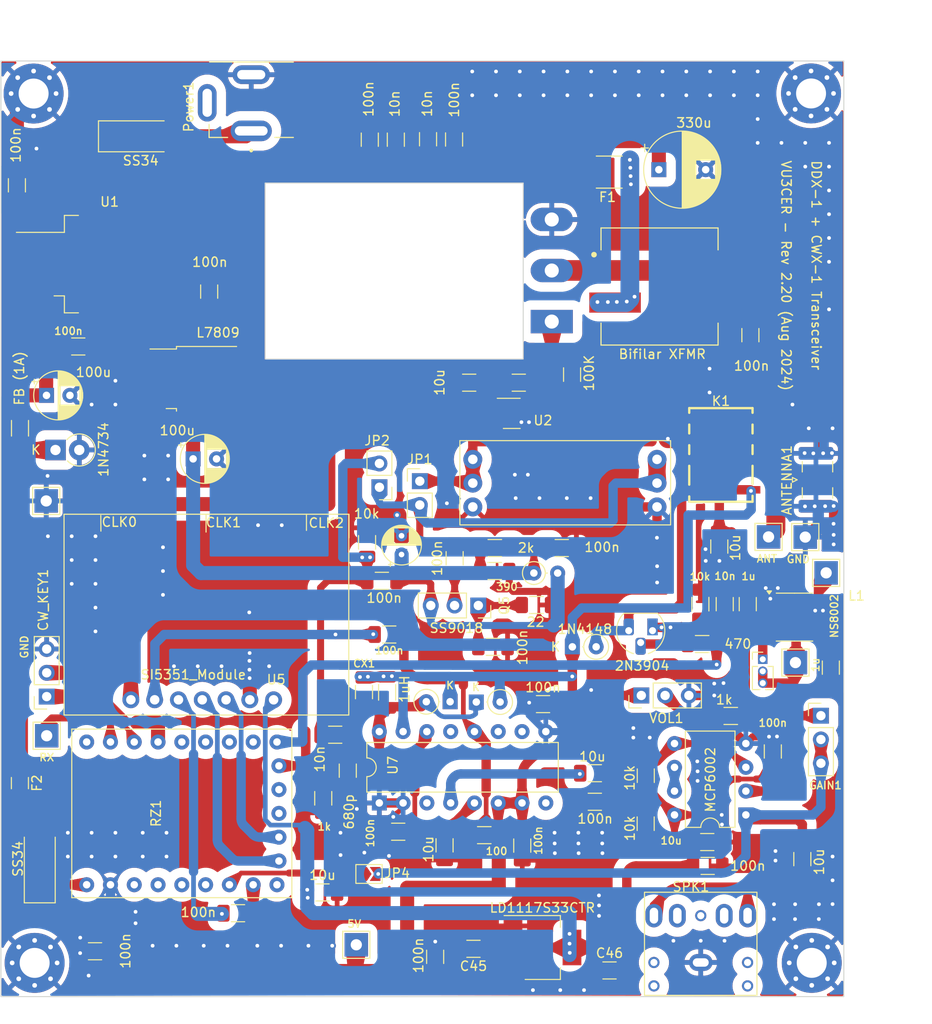
<source format=kicad_pcb>
(kicad_pcb (version 20240706) (generator "pcbnew") (generator_version "8.99")
  (layers (0 "F.Cu" signal) (31 "B.Cu" signal) (35 "F.Paste" user) (37 "F.SilkS" user "F.Silkscreen") (38 "B.Mask" user) (39 "F.Mask" user) (44 "Edge.Cuts" user))
  (net 0 "")
  (net 1 "GND")
  (net 2 "+VDC")
  (net 3 "Net-(C7-Pad2)")
  (net 4 "PTT")
  (net 5 "/DRAIN")
  (net 6 "Net-(Q2-G)")
  (net 7 "+5V")
  (net 8 "12V")
  (net 10 "Net-(D3-A)")
  (net 11 "RX")
  (net 12 "Net-(Q1-B)")
  (net 13 "Net-(U7-AM_OSC)")
  (net 14 "RX_OSC")
  (net 15 "Net-(U7-FM{slash}AM_SW)")
  (net 16 "Net-(C31-Pad1)")
  (net 17 "Net-(D8-A)")
  (net 18 "+3.3V")
  (net 19 "RX_AUDIO")
  (net 20 "Net-(U6-+IN)")
  (net 21 "Net-(U8A-+)")
  (net 22 "Net-(C38-Pad2)")
  (net 23 "Net-(C43-Pad2)")
  (net 24 "SCL")
  (net 25 "SDA")
  (net 26 "Net-(Rin1-Pad2)")
  (net 32 "Net-(U8B--)")
  (net 35 "RF_OUT1")
  (net 37 "Net-(D2-K)")
  (net 39 "CAL")
  (net 40 "TO_ADC")
  (net 43 "TX_RF")
  (net 45 "Net-(U5-S2)")
  (net 46 "RX_AFTER_HPF")
  (net 48 "+9V")
  (net 49 "unconnected-(RZ1-GP9-Pad10)")
  (net 51 "Net-(JP4-A)")
  (net 53 "Net-(F1-Pad1)")
  (net 57 "Net-(RZ1-GP1)")
  (net 58 "Net-(U1-OUT)")
  (net 59 "Net-(Q5-B)")
  (net 60 "ANTENNA")
  (net 62 "Net-(U7-AGC)")
  (net 63 "Net-(D5-K)")
  (net 64 "RIGHT")
  (net 65 "Net-(U6-VO1)")
  (net 66 "Net-(U6-VO2)")
  (net 68 "Net-(Q5-E)")
  (net 69 "RX_AFTER_HPF_BOOSTED")
  (net 70 "Net-(Q5-C)")
  (net 71 "CW_KEY_DAH")
  (net 72 "CW_KEY_DIT")
  (footprint "Capacitor_SMD:C_1206_3216Metric_Pad1.33x1.80mm_HandSolder" (layer "F.Cu") (at 216.98 92.11 90)
    (property "Reference" "C7" (hide yes))
    (property "Value" "100n")
  )
  (footprint "Diode_SMD:D_SMA_Handsoldering" (layer "F.Cu") (at 151.88 70.88)
    (property "Reference" "D1" (hide yes))
    (property "Value" "SS34")
  )
  (footprint "Capacitor_THT:CP_Radial_D8.0mm_P5.00mm" (layer "F.Cu") (at 207.205 74.44)
    (property "Reference" "C5" (hide yes))
    (property "Value" "330u")
  )
  (footprint "Capacitor_THT:CP_Radial_D5.0mm_P2.50mm" (layer "F.Cu") (at 157.474888 105.32)
    (property "Reference" "C14" (hide yes))
    (property "Value" "100u")
  )
  (footprint "Capacitor_SMD:C_1206_3216Metric_Pad1.33x1.80mm_HandSolder" (layer "F.Cu") (at 147.0025 157.89 180)
    (property "Reference" "C21" (hide yes))
    (property "Value" "100n")
  )
  (footprint "TestPoint:TestPoint_THTPad_2.5x2.5mm_Drill1.2mm" (layer "F.Cu") (at 141.84 134.88)
    (property "Reference" "TP1" (hide yes))
    (property "Value" "TestPoint" (hide yes))
  )
  (footprint "Resistor_SMD:R_1206_3216Metric_Pad1.30x1.75mm_HandSolder" (layer "F.Cu") (at 189.69 114.84 180)
    (property "Reference" "R8" (hide yes))
    (property "Value" "2k")
  )
  (footprint "Package_TO_SOT_SMD:SOT-223-3_TabPin2" (layer "F.Cu") (at 194.78 157.49)
    (property "Reference" "U4" (hide yes))
    (property "Value" "LD1117S33CTR")
  )
  (footprint "Resistor_SMD:R_1206_3216Metric_Pad1.30x1.75mm_HandSolder" (layer "F.Cu") (at 211.64 120.83 90)
    (property "Reference" "R2" (hide yes))
    (property "Value" "10k")
  )
  (footprint "Capacitor_THT:CP_Radial_D5.0mm_P2.50mm" (layer "F.Cu") (at 141.82 98.54)
    (property "Reference" "C44" (hide yes))
    (property "Value" "100u")
  )
  (footprint "Capacitor_SMD:C_1206_3216Metric_Pad1.33x1.80mm_HandSolder" (layer "F.Cu") (at 185.4 115.9275 -90)
    (property "Reference" "C18" (hide yes))
    (property "Value" "100n")
  )
  (footprint "TestPoint:TestPoint_THTPad_2.5x2.5mm_Drill1.2mm" (layer "F.Cu") (at 221.79 127.07)
    (property "Reference" "TP7" (hide yes))
    (property "Value" "TestPoint" (hide yes))
  )
  (footprint "Capacitor_THT:CP_Radial_D4.0mm_P2.00mm" (layer "F.Cu") (at 179.73 115.53 90)
    (property "Reference" "C3" (hide yes))
    (property "Value" "100u" (hide yes))
  )
  (footprint "Connector_PinHeader_2.54mm:PinHeader_1x02_P2.54mm_Vertical" (layer "F.Cu") (at 177.37 108.35 180)
    (property "Reference" "JP2")
    (property "Value" "Jumper_2_Open" (hide yes))
  )
  (footprint "Connector_PinSocket_2.54mm:PinSocket_1x03_P2.54mm_Vertical" (layer "F.Cu") (at 187.93 120.975 -90)
    (property "Reference" "Q5")
    (property "Value" "SS9018")
  )
  (footprint "Diode_THT:D_DO-41_SOD81_P2.54mm_Vertical_KathodeUp" (layer "F.Cu") (at 142.78 104.37)
    (property "Reference" "D5" (hide yes))
    (property "Value" "1N4734")
  )
  (footprint "MountingHole:MountingHole_3.2mm_M3_Pad_Via" (layer "F.Cu") (at 140.552944 159.132944)
    (property "Reference" "H3" (hide yes))
    (property "Value" "MountingHole_Pad" (hide yes))
  )
  (footprint "Capacitor_SMD:C_1206_3216Metric_Pad1.33x1.80mm_HandSolder" (layer "F.Cu") (at 182.56 71.19 90)
    (property "Reference" "C17" (hide yes))
    (property "Value" "10n")
  )
  (footprint "Package_TO_SOT_SMD:SOT-23-5_HandSoldering" (layer "F.Cu") (at 191.5 100.46)
    (property "Reference" "U2")
    (property "Value" "UCC27517ADBVR" (hide yes))
  )
  (footprint "Connector_Coaxial:SMA_Samtec_SMA-J-P-H-ST-EM1_EdgeMount" (layer "F.Cu") (at 224.23 107.555)
    (property "Reference" "ANTENNA1")
    (property "Value" "SMA")
  )
  (footprint "Capacitor_SMD:C_1206_3216Metric_Pad1.33x1.80mm_HandSolder" (layer "F.Cu") (at 214.24 120.83 90)
    (property "Reference" "C4" (hide yes))
    (property "Value" "10n")
  )
  (footprint "footprints:TO-247-3_Horizontal_TabDown_Modded" (layer "F.Cu") (at 195.77 90.66 90)
    (property "Reference" "Q2" (hide yes))
    (property "Value" "IRF510" (hide yes))
  )
  (footprint "Resistor_SMD:R_1206_3216Metric_Pad1.30x1.75mm_HandSolder" (layer "F.Cu") (at 176.05 114.23 -90)
    (property "Reference" "R14" (hide yes))
    (property "Value" "10k")
  )
  (footprint "Resistor_SMD:R_1206_3216Metric_Pad1.30x1.75mm_HandSolder" (layer "F.Cu") (at 197.94 96.32 -90)
    (property "Reference" "R1" (hide yes))
    (property "Value" "100K")
  )
  (footprint "Inductor_SMD:L_1206_3216Metric_Pad1.22x1.90mm_HandSolder" (layer "F.Cu") (at 178.19 130.25 90)
    (property "Reference" "L5" (hide yes))
    (property "Value" "1uH")
  )
  (footprint "Diode_THT:D_DO-35_SOD27_P2.54mm_Vertical_KathodeUp" (layer "F.Cu") (at 197.97 125.39)
    (property "Reference" "D3" (hide yes))
    (property "Value" "1N4148")
  )
  (footprint "footprints:Pluggable-BPF" (layer "F.Cu") (at 196.96 108.04)
    (property "Reference" "BPF2" (hide yes))
    (property "Value" "Pluggable SMD BPF" (hide yes))
  )
  (footprint "Capacitor_SMD:C_1206_3216Metric_Pad1.33x1.80mm_HandSolder" (layer "F.Cu") (at 178.42 124.07 180)
    (property "Reference" "C26" (hide yes))
    (property "Value" "100n")
  )
  (footprint "footprints:XKB_DC-005-5A-2.0_Modded" (layer "F.Cu") (at 163.68 64.3 -90)
    (property "Reference" "Power1")
    (property "Value" "DC-005 (Barrel Jack)" (hide yes))
  )
  (footprint "Connector_PinHeader_2.54mm:PinHeader_1x03_P2.54mm_Vertical" (layer "F.Cu") (at 205.334 130.58 90)
    (property "Reference" "VOL1")
    (property "Value" "10k" (hide yes))
  )
  (footprint "Resistor_SMD:R_1206_3216Metric_Pad1.30x1.75mm_HandSolder" (layer "F.Cu") (at 171.37 141.56 -90)
    (property "Reference" "R7" (hide yes))
    (property "Value" "1k")
  )
  (footprint "Resistor_SMD:R_1206_3216Metric_Pad1.30x1.75mm_HandSolder" (layer "F.Cu") (at 189.68 117.29 180)
    (property "Reference" "R9" (hide yes))
    (property "Value" "390")
  )
  (footprint "footprints:PJ-307_Modded" (layer "F.Cu") (at 211.68 156.09 90)
    (property "Reference" "SPK1")
    (property "Value" "SPEAKER")
  )
  (footprint "Capacitor_SMD:C_1206_3216Metric_Pad1.33x1.80mm_HandSolder" (layer "F.Cu") (at 145.2125 93.32)
    (property "Reference" "C9" (hide yes))
    (property "Value" "100n")
  )
  (footprint "Capacitor_SMD:C_1206_3216Metric_Pad1.33x1.80mm_HandSolder" (layer "F.Cu") (at 179.376 145.128)
    (property "Reference" "C29" (hide yes))
    (property "Value" "100n")
  )
  (footprint "Capacitor_SMD:C_1206_3216Metric_Pad1.33x1.80mm_HandSolder" (layer "F.Cu") (at 200.37 141.93 180)
    (property "Reference" "C39" (hide yes))
    (property "Value" "100n")
  )
  (footprint "Capacitor_SMD:C_1206_3216Metric_Pad1.33x1.80mm_HandSolder" (layer "F.Cu") (at 192.25 97.1845)
    (property "Reference" "C16" (hide yes))
    (property "Value" "100n" (hide yes))
  )
  (footprint "Package_DIP:DIP-16_W7.62mm" (layer "F.Cu") (at 177.356 142.058 90)
    (property "Reference" "U7")
    (property "Value" "CD2003GB_GP" (hide yes))
  )
  (footprint "Diode_THT:D_DO-35_SOD27_P2.54mm_Vertical_KathodeUp" (layer "F.Cu") (at 187.714315 131.28)
    (property "Reference" "D9" (hide yes))
    (property "Value" "1N4148" (hide yes))
  )
  (footprint "Capacitor_SMD:C_1206_3216Metric_Pad1.33x1.80mm_HandSolder" (layer "F.Cu") (at 212.3735 146.233)
    (property "Reference" "C42" (hide yes))
    (property "Value" "10u")
  )
  (footprint "MountingHole:MountingHole_3.2mm_M3_Pad_Via" (layer "F.Cu") (at 223.53 159.13)
    (property "Reference" "H4" (hide yes))
    (property "Value" "MountingHole_Pad" (hide yes))
  )
  (footprint "Resistor_SMD:R_1206_3216Metric_Pad1.30x1.75mm_HandSolder" (layer "F.Cu") (at 205.8 144.27 -90)
    (property "Reference" "R11" (hide yes))
    (property "Value" "10k")
  )
  (footprint "Capacitor_SMD:C_1206_3216Metric_Pad1.33x1.80mm_HandSolder" (layer "F.Cu") (at 216.7 120.83 -90)
    (property "Reference" "C2" (hide yes))
    (property "Value" "1u")
  )
  (footprint "TestPoint:TestPoint_THTPad_2.5x2.5mm_Drill1.2mm" (layer "F.Cu") (at 141.79 109.81)
    (property "Reference" "TP2" (hide yes))
    (property "Value" "TestPoint" (hide yes))
  )
  (footprint "Capacitor_SMD:C_1206_3216Metric_Pad1.33x1.80mm_HandSolder" (layer "F.Cu") (at 213.66 114.68 -90)
    (property "Reference" "C13" (hide yes))
    (property "Value" "10u")
  )
  (footprint "Capacitor_SMD:C_1206_3216Metric_Pad1.33x1.80mm_HandSolder" (layer "F.Cu") (at 138.66 76.11 90)
    (property "Reference" "C1" (hide yes))
    (property "Value" "100n")
  )
  (footprint "TestPoint:TestPoint_THTPad_2.5x2.5mm_Drill1.2mm" (layer "F.Cu") (at 218.92 113.65)
    (property "Reference" "TP3" (hide yes))
    (property "Value" "TestPoint" (hide yes))
  )
  (footprint "Resistor_SMD:R_1206_3216Metric_Pad1.30x1.75mm_HandSolder" (layer "F.Cu") (at 205.81 139.146 90)
    (property "Reference" "R10" (hide yes))
    (property "Value" "10k")
  )
  (footprint "footprints:TO-263-2-bigger" (layer "F.Cu") (at 148.555 84.525)
    (property "Reference" "U1")
    (property "Value" "L7805")
  )
  (footprint "Package_DIP:DIP-8_W7.62mm" (layer "F.Cu") (at 216.496 143.333 180)
    (property "Reference" "U8" (hide yes))
    (property "Value" "MCP6002")
  )
  (footprint "footprints:IND_SRF1260A-4R7Y-Longer-Pads" (layer "F.Cu") (at 207.28 86.915)
    (property "Reference" "T1" (hide yes))
    (property "Value" "Bifilar XFMR")
  )
  (footprint "Capacitor_SMD:C_1206_3216Metric_Pad1.33x1.80mm_HandSolder" (layer "F.Cu") (at 192.62 146.61 -90)
    (property "Reference" "C37" (hide yes))
    (property "Value" "100n")
  )
  (footprint "Capacitor_SMD:C_1206_3216Metric_Pad1.33x1.80mm_HandSolder" (layer "F.Cu") (at 179.12 71.24 90)
    (property "Reference" "C10" (hide yes))
    (property "Value" "10n")
  )
  (footprint "Capacitor_SMD:C_1206_3216Metric_Pad1.33x1.80mm_HandSolder" (layer "F.Cu") (at 172.6475 134.77 180)
    (property "Reference" "C35" (hide yes))
    (property "Value" "10n")
  )
  (footprint "Capacitor_SMD:C_1206_3216Metric_Pad1.33x1.80mm_HandSolder" (layer "F.Cu") (at 159.19 87.46 90)
    (property "Reference" "C32" (hide yes))
    (property "Value" "100n")
  )
  (footprint "TestPoint:TestPoint_THTPad_2.5x2.5mm_Drill1.2mm" (layer "F.Cu") (at 225.07 117.49)
    (property "Reference" "TP6" (hide yes))
    (property "Value" "TestPoint" (hide yes))
  )
  (footprint "Capacitor_SMD:C_1206_3216Metric_Pad1.33x1.80mm_HandSolder" (layer "F.Cu") (at 196.8375 114.84 180)
    (property "Reference" "C8" (hide yes))
    (property "Value" "100n")
  )
  (footprint "Capacitor_SMD:C_1206_3216Metric_Pad1.33x1.80mm_HandSolder" (layer "F.Cu") (at 184.324 146.5825 -90)
    (property "Reference" "C36" (hide yes))
    (property "Value" "10u")
  )
  (footprint "Capacitor_SMD:C_1206_3216Metric_Pad1.33x1.80mm_HandSolder" (layer "F.Cu") (at 201.9375 159.94)
    (property "Reference" "C46")
    (property "Value" "10u")
  )
  (footprint "Capacitor_SMD:C_1206_3216Metric_Pad1.33x1.80mm_HandSolder" (layer "F.Cu") (at 200.37 138.88)
    (property "Reference" "C38" (hide yes))
    (property "Value" "10u")
  )
  (footprint "Capacitor_SMD:C_1206_3216Metric_Pad1.33x1.80mm_HandSolder" (layer "F.Cu") (at 186.9546 97.1845 180)
    (property "Reference" "C23" (hide yes))
    (property "Value" "10u")
  )
  (footprint "Capacitor_SMD:C_1206_3216Metric_Pad1.33x1.80mm_HandSolder" (layer "F.Cu") (at 189.49 125.39 180)
    (property "Reference" "C19" (hide yes))
    (property "Value" "100n")
  )
  (footprint "Capacitor_SMD:C_1206_3216Metric_Pad1.33x1.80mm_HandSolder" (layer "F.Cu") (at 162.27 153.83)
    (property "Reference" "C27" (hide yes))
    (property "Value" "100n")
  )
  (footprint "Capacitor_SMD:C_1206_3216Metric_Pad1.33x1.80mm_HandSolder" (layer "F.Cu") (at 219.376 136.56 90)
    (property "Reference" "C41" (hide yes))
    (property "Value" "100n")
  )
  (footprint "Capacitor_SMD:C_1206_3216Metric_Pad1.33x1.80mm_HandSolder" (layer "F.Cu") (at 183.32 158.4875 90)
    (property "Reference" "C47" (hide yes))
    (property "Value" "100n")
  )
  (footprint "Connector_PinSocket_2.54mm:PinSocket_1x03_P2.54mm_Vertical" (layer "F.Cu") (at 141.84 130.7 180)
    (property "Reference" "CW_KEY1")
    (property "Value" "~")
  )
  (footprint "footprints:RP2040-Zero" (layer "F.Cu") (at 168.02 152.17 90)
    (property "Reference" "RZ1")
    (property "Value" "RP2040-Zero" (hide yes))
  )
  (footprint "Jumper:SolderJumper-2_P1.3mm_Open_TrianglePad1.0x1.5mm" (layer "F.Cu") (at 176.255 149.64)
    (property "Reference" "JP4")
    (property "Value" "Jumper_2_Open" (hide yes))
  )
  (footprint "Capacitor_SMD:C_1206_3216Metric_Pad1.33x1.80mm_HandSolder" (layer "F.Cu") (at 185.34 71.22 90)
    (property "Reference" "C6" (hide yes))
    (property "Value" "100n")
  )
  (footprint "Capacitor_SMD:C_1206_3216Metric_Pad1.33x1.80mm_HandSolder" (layer "F.Cu") (at 225.57 127.61 90)
    (property "Reference" "C15" (hide yes))
    (property "Value" "1u")
  )
  (footprint "Capacitor_SMD:C_1206_3216Metric_Pad1.33x1.80mm_HandSolder" (layer "F.Cu") (at 222.526 148.0525 -90)
    (property "Reference" "C43" (hide yes))
    (property "Value" "10u")
  )
  (footprint "Connector_PinHeader_2.54mm:PinHeader_1x03_P2.54mm_Vertical" (layer "F.Cu") (at 224.51 132.74)
    (property "Reference" "GAIN1")
    (property "Value" "1M" (hide yes))
  )
  (footprint "MountingHole:MountingHole_3.2mm_M3_Pad_Via" (layer "F.Cu") (at 140.442944 66.312944)
    (property "Reference" "H1" (hide yes))
    (property "Value" "MountingHole_Pad" (hide yes))
  )
  (footprint "Diode_THT:D_DO-35_SOD27_P2.54mm_Vertical_KathodeUp" (layer "F.Cu") (at 184.916 131.248 180)
    (property "Reference" "D8" (hide yes))
    (property "Value" "1N4148" (hide yes))
  )
  (footprint "Capacitor_SMD:C_1206_3216Metric_Pad1.33x1.80mm_HandSolder" (layer "F.Cu") (at 173.99 138.61 -90)
    (property "Reference" "C31" (hide yes))
    (property "Value" "680p")
  )
  (footprint "Connector_PinHeader_1.27mm:PinHeader_1x03_P1.27mm_Vertical" (layer "F.Cu") (at 218.3 126.72)
    (property "Reference" "GAIN2" (hide yes))
    (property "Value" "250k" (hide yes))
  )
  (footprint "Fuse:Fuse_1206_3216Metric_Pad1.42x1.75mm_HandSolder" (layer "F.Cu") (at 138.98 139.9375 -90)
    (property "Reference" "F2")
    (property "Value" "0.5A" (hide yes))
  )
  (footprint "Inductor_THT:L_Axial_L5.3mm_D2.2mm_P2.54mm_Vertical_Vishay_IM-1" (layer "F.Cu") (at 193.86 117.51)
    (property "Reference" "L1")
    (property "Value" "1uH")
  )
  (footprint "footprints:TO-252-2-Longer" (layer "F.Cu") (at 159.01 96.77)
    (property "Reference" "U3" (hide yes))
    (property "Value" "L7809")
  )
  (footprint "Capacitor_SMD:C_1206_3216Metric_Pad1.33x1.80mm_HandSolder" (layer "F.Cu") (at 175.72 130.22 90)
    (property "Reference" "CX1")
    (property "Value" "DNP" (hide yes))
  )
  (footprint "footprints:RELAY-SMD_HFD4-5-SR" (layer "F.Cu") (at 213.8 104.86 90)
    (property "Reference" "K1")
    (property "Value" "HFD4/5-S" (hide yes))
  )
  (footprint "Inductor_SMD:L_1206_3216Metric_Pad1.22x1.90mm_HandSolder" (layer "F.Cu") (at 138.99 102.05 90)
    (property "Reference" "L4" (hide yes))
    (property "Value" "FB (1A)")
  )
  (footprint "Resistor_SMD:R_1206_3216Metric_Pad1.30x1.75mm_HandSolder" (layer "F.Cu") (at 214.884 132.768 180)
    (property "Reference" "Rin1" (hide yes))
    (property "Value" "1k")
  )
  (footprint "Package_SO:SO-8_3.9x4.9mm_P1.27mm" (layer "F.Cu") (at 221.69 122.215)
    (property "Reference" "U6" (hide yes))
    (property "Value" "NS8002")
  )
  (footprint "Fuse:Fuse_1812_4532Metric_Pad1.30x3.40mm_HandSolder" (layer "F.Cu") (at 201.91 74.7 180)
    (property "Reference" "F1")
    (property "Value" "2A" (hide yes))
  )
  (footprint "Capacitor_SMD:C_1206_3216Metric_Pad1.33x1.80mm_HandSolder" (layer "F.Cu") (at 177.63 118.34 180)
    (property "Reference" "C20" (hide yes))
    (property "Value" "100n")
  )
  (footprint "Capacitor_SMD:C_1206_3216Metric_Pad1.33x1.80mm_HandSolder" (layer "F.Cu") (at 194.84 131.504 180)
    (property "Reference" "C28" (hide yes))
    (property "Value" "100n")
  )
  (footprint "Capacitor_SMD:C_1206_3216Metric_Pad1.33x1.80mm_HandSolder" (layer "F.Cu") (at 187.41 157.63 180)
    (property "Reference" "C45")
    (property "Value" "10u")
  )
  (footprint "MountingHole:MountingHole_3.2mm_M3_Pad_Via" (layer "F.Cu") (at 223.457056 66.302944)
    (property "Reference" "H2" (hide yes))
    (property "Value" "MountingHole_Pad" (hide yes))
  )
  (footprint "Diode_SMD:D_SMA_Handsoldering" (layer "F.Cu") (at 141.1 148.21 90)
    (property "Reference" "D2" (hide yes))
    (property "Value" "SS34")
  )
  (footprint "Connector_PinHeader_2.54mm:PinHeader_1x02_P2.54mm_Vertical" (layer "F.Cu") (at 181.68 107.7)
    (property "Reference" "JP1")
    (property "Value" "Jumper_2_Open" (hide yes))
  )
  (footprint "Capacitor_SMD:C_1206_3216Metric_Pad1.33x1.80mm_HandSolder" (layer "F.Cu") (at 171.29 151.61 180)
    (property "Reference" "C12" (hide yes))
    (property "Value" "10u")
  )
  (footprint "TestPoint:TestPoint_THTPad_2.5x2.5mm_Drill1.2mm" (layer "F.Cu") (at 174.9 157.2)
    (property "Reference" "TP5" (hide yes))
    (property "Value" "TestPoint")
  )
  (footprint "Resistor_SMD:R_1206_3216Metric_Pad1.30x1.75mm_HandSolder" (layer "F.Cu") (at 194.13 120.92 180)
    (property "Reference" "R13" (hide yes))
    (property "Value" "22")
  )
  (footprint "TestPoint:TestPoint_THTPad_2.5x2.5mm_Drill1.2mm" (layer "F.Cu") (at 222.84 113.67)
    (property "Reference" "TP4" (hide yes))
    (property "Value" "TestPoint" (hide yes))
  )
  (footprint "Resistor_SMD:R_1206_3216Metric_Pad1.30x1.75mm_HandSolder" (layer "F.Cu") (at 211.83 125.09 180)
    (property "Reference" "R4" (hide yes))
    (property "Value" "470")
  )
  (footprint "Package_TO_SOT_THT:TO-92_HandSolder" (layer "F.Cu") (at 206.53 123.66 180)
    (property "Reference" "Q1" (hide yes))
    (property "Value" "2N3904")
  )
  (footprint "Capacitor_SMD:C_1206_3216Metric_Pad1.33x1.80mm_HandSolder" (layer "F.Cu") (at 212.42 148.78)
    (property "Reference" "C25" (hide yes))
    (property "Value" "100n")
  )
  (footprint "Resistor_SMD:R_1206_3216Metric_Pad1.30x1.75mm_HandSolder" (layer "F.Cu") (at 188.564 145.496)
    (property "Reference" "R6" (hide yes))
    (property "Value" "100")
  )
  (footprint "footprints:SI5351 Module" (layer "F.Cu") (at 174.0969 126.0648 180)
    (property "Reference" "U5")
    (property "Value" "SI5351_Module")
  )
  (footprint "Capacitor_SMD:C_1206_3216Metric_Pad1.33x1.80mm_HandSolder" (layer "F.Cu") (at 176.34 71.24 90)
    (property "Reference" "C11" (hide yes))
    (property "Value" "100n")
  )
  (gr_rect (start 136.958 62.835) (end 226.958 162.735) (stroke (width 0.1)) (fill none) (layer "Edge.Cuts"))
  (gr_rect (start 165.17 75.87) (end 192.72 94.66) (stroke (width 0.1)) (fill none) (layer "Edge.Cuts"))
  (gr_text "RX" (at 141.84 137.2 0) (layer "F.SilkS") (effects (font (size 0.8 0.8))))
  (gr_text "GND" (at 222.09 116.04 0) (layer "F.SilkS") (effects (font (size 0.8 0.8))))
  (gr_text "DDX-1 + CWX-1 Transceiver\n\nVU3CER - Rev 2.20 (Aug 2024)" (at 220.21 73.37 270) (layer "F.SilkS") (effects (font (size 1 1)) (justify left bottom)))
  (gr_text "5V" (at 174.68 154.97 0) (layer "F.SilkS") (effects (font (size 0.8 0.8))))
  (gr_text "ANT" (at 218.74 115.98 0) (layer "F.SilkS") (effects (font (size 0.8 0.8))))
  (gr_text "GND" (at 139.46 125.4 90) (layer "F.SilkS") (effects (font (size 0.8 0.8))))
  (segment (start 218.9525 134.9975) (end 217.2115 134.9975) (width 0.75) (layer "F.Cu") (net 1))
  (segment (start 207.01 110.45) (end 207.01 118.97) (width 1) (layer "F.Cu") (net 1))
  (segment (start 214.75 133.967) (end 216.496 135.713) (width 1) (layer "F.Cu") (net 1))
  (segment (start 213.936 146.233) (end 213.936 147.64) (width 0.5) (layer "F.Cu") (net 1))
  (segment (start 224.23 111.3) (end 224.23 112.28) (width 1) (layer "F.Cu") (net 1))
  (segment (start 219.11 119.28) (end 219.74 119.28) (width 1) (layer "F.Cu") (net 1))
  (segment (start 179.896 142.494) (end 178.85 143.54) (width 0.5) (layer "F.Cu") (net 1))
  (segment (start 213.936 146.233) (end 213.936 148.7335) (width 0.5) (layer "F.Cu") (net 1))
  (segment (start 195.63 119.47) (end 191.64 119.47) (width 0.75) (layer "F.Cu") (net 1))
  (segment (start 214.65 130.58) (end 214.75 130.68) (width 1) (layer "F.Cu") (net 1))
  (segment (start 212.21 116.21) (end 213.6275 116.21) (width 1) (layer "F.Cu") (net 1))
  (segment (start 193.34 101.4) (end 193.34 100.74) (width 0.75) (layer "F.Cu") (net 1))
  (segment (start 225.87 110.35) (end 225.87 112.24) (width 1) (layer "F.Cu") (net 1))
  (segment (start 179.25 111.32) (end 179.25 113.05) (width 2) (layer "F.Cu") (net 1))
  (segment (start 212.21 118.71) (end 211.64 119.28) (width 1) (layer "F.Cu") (net 1))
  (segment (start 191.63 155.19) (end 191.0975 155.7225) (width 0.75) (layer "F.Cu") (net 1))
  (segment (start 213.12 130.58) (end 214.65 130.58) (width 1) (layer "F.Cu") (net 1))
  (segment (start 186.06 157.63) (end 184.025 157.63) (width 1) (layer "F.Cu") (net 1))
  (segment (start 195.68 119.52) (end 195.63 119.47) (width 0.75) (layer "F.Cu") (net 1))
  (segment (start 224.24 102.52) (end 224.23 102.53) (width 1) (layer "F.Cu") (net 1))
  (segment (start 191.0975 155.7225) (end 185.8475 155.7225) (width 0.75) (layer "F.Cu") (net 1))
  (segment (start 214.75 133.967) (end 214.75 130.68) (width 0.75) (layer "F.Cu") (net 1))
  (segment (start 212.21 116.21) (end 212.21 117.78) (width 1) (layer "F.Cu") (net 1))
  (segment (start 140.75 72.19) (end 138.73 72.19) (width 1.5) (layer "F.Cu") (net 1))
  (segment (start 193.34 100.74) (end 193.11 100.51) (width 0.75) (layer "F.Cu") (net 1))
  (segment (start 212.21 117.78) (end 212.21 118.71) (width 1) (layer "F.Cu") (net 1))
  (segment (start 138.66 74.5475) (end 138.66 72.26) (width 1.5) (layer "F.Cu") (net 1))
  (segment (start 210.414 130.58) (end 213.12 130.58) (width 1) (layer "F.Cu") (net 1))
  (segment (start 179.25 113.05) (end 179.73 113.53) (width 2) (layer "F.Cu") (net 1))
  (segment (start 224.24 102.0575) (end 224.24 102.52) (width 1) (layer "F.Cu") (net 1))
  (segment (start 163.5305 131.0432) (end 163.5305 121.7705) (width 1.5) (layer "F.Cu") (net 1))
  (segment (start 219.11 120.25) (end 219.11 119.28) (width 1) (layer "F.Cu") (net 1))
  (segment (start 184.025 157.63) (end 183.33 156.935) (width 1) (layer "F.Cu") (net 1))
  (segment (start 211.64 119.28) (end 219.11 119.28) (width 1) (layer "F.Cu") (net 1))
  (segment (start 208.45 123.31) (end 207.5 123.31) (width 1) (layer "F.Cu") (net 1))
  (segment (start 213.92 143.33) (end 213.92 146.217) (width 1.5) (layer "F.Cu") (net 1))
  (segment (start 207.01 110.45) (end 200.857219 110.45) (width 1) (layer "F.Cu") (net 1))
  (segment (start 193.11 100.51) (end 190.15 100.51) (width 0.75) (layer "F.Cu") (net 1))
  (segment (start 195.68 120.92) (end 195.68 119.52) (width 0.75) (layer "F.Cu") (net 1))
  (segment (start 191.64 119.47) (end 191.23 119.06) (width 0.75) (layer "F.Cu") (net 1))
  (segment (start 217.2115 134.9975) (end 216.496 135.713) (width 0.75) (layer "F.Cu") (net 1))
  (segment (start 200.857219 110.45) (end 199.917219 109.51) (width 1) (layer "F.Cu") (net 1))
  (segment (start 138.66 72.26) (end 138.66 68.095888) (width 1.5) (layer "F.Cu") (net 1))
  (segment (start 212.21 116.21) (end 212.21 114.98) (width 1) (layer "F.Cu") (net 1))
  (segment (start 224.23 102.53) (end 224.23 104.73) (width 1) (layer "F.Cu") (net 1))
  (segment (start 223.2146 102.0575) (end 224.24 102.0575) (width 1) (layer "F.Cu") (net 1))
  (segment (start 224.23 110.38) (end 224.23 111.3) (width 1) (layer "F.Cu") (net 1))
  (segment (start 224.24 102.0575) (end 225.7546 102.0575) (width 1) (layer "F.Cu") (net 1))
  (segment (start 191.23 119.06) (end 191.23 117.29) (width 0.75) (layer "F.Cu") (net 1))
  (segment (start 177.356 142.058) (end 179.896 142.058) (width 1) (layer "F.Cu") (net 1))
  (segment (start 213.92 146.217) (end 213.936 146.233) (width 1.5) (layer "F.Cu") (net 1))
  (segment (start 138.66 68.095888) (end 140.442944 66.312944) (width 1.5) (layer "F.Cu") (net 1))
  (segment (start 207.5 123.31) (end 206.88 123.31) (width 1) (layer "F.Cu") (net 1))
  (segment (start 214.0735 147.7775) (end 213.936 147.64) (width 0.5) (layer "F.Cu") (net 1))
  (segment (start 206.88 123.31) (end 206.53 123.66) (width 1) (layer "F.Cu") (net 1))
  (segment (start 208.17 103.17) (end 210.57 103.17) (width 2) (layer "F.Cu") (net 1))
  (segment (start 224.23 112.28) (end 222.84 113.67) (width 1) (layer "F.Cu") (net 1))
  (segment (start 185.8475 155.7225) (end 185.8475 157.63) (width 0.75) (layer "F.Cu") (net 1))
  (segment (start 138.73 72.19) (end 138.66 72.26) (width 1.5) (layer "F.Cu") (net 1))
  (segment (start 225.87 112.24) (end 225.86 112.25) (width 1) (layer "F.Cu") (net 1))
  (via (at 217.757381 69.0375) (size 0.8) (drill 0.4) (layers "F.Cu" "B.Cu") (net 1))
  (via (at 163.51 126.05) (size 0.8) (drill 0.4) (layers "F.Cu" "B.Cu") (net 1))
  (via (at 213.67 116.21) (size 0.8) (drill 0.4) (layers "F.Cu" "B.Cu") (net 1))
  (via (at 224.75 104.72) (size 0.8) (drill 0.4) (layers "F.Cu" "B.Cu") (net 1))
  (via (at 225.87 110.35) (size 0.8) (drill 0.4) (layers "F.Cu" "B.Cu") (net 1))
  (via (at 206.23175 135.0775) (size 0.8) (drill 0.4) (layers "F.Cu" "B.Cu") (net 1))
  (via (at 225.7546 102.0575) (size 0.8) (drill 0.4) (layers "F.Cu" "B.Cu") (net 1))
  (via (at 163.49 126.88) (size 0.8) (drill 0.4) (layers "F.Cu" "B.Cu") (net 1))
  (via (at 225.87 114.45) (size 0.8) (drill 0.4) (layers "F.Cu" "B.Cu") (net 1))
  (via (at 225.377381 81.7375) (size 0.8) (drill 0.4) (layers "F.Cu" "B.Cu") (net 1))
  (via (at 174.9546 142.6975) (size 0.8) (drill 0.4) (layers "F.Cu" "B.Cu") (net 1))
  (via (at 198.61175 145.2375) (size 0.8) (drill 0.4) (layers "F.Cu" "B.Cu") (net 1))
  (via (at 149.177381 145.2375) (size 0.8) (drill 0.4) (layers "F.Cu" "B.Cu") (net 1))
  (via (at 215.217381 63.9575) (size 0.8) (drill 0.4) (layers "F.Cu" "B.Cu") (net 1))
  (via (at 220.297381 71.5775) (size 0.8) (drill 0.4) (layers "F.Cu" "B.Cu") (net 1))
  (via (at 198.62 146.38) (size 0.8) (drill 0.4) (layers "F.Cu" "B.Cu") (net 1))
  (via (at 166.94 112.4) (size 0.8) (drill 0.4) (layers "F.Cu" "B.Cu") (net 1))
  (via (at 213.94 144.36) (size 0.8) (drill 0.4) (layers "F.Cu" "B.Cu") (net 1))
  (via (at 199.917219 109.51) (size 0.8) (drill 0.4) (layers "F.Cu" "B.Cu") (net 1))
  (via (at 154.6346 147.7775) (size 0.8) (drill 0.4) (layers "F.Cu" "B.Cu") (net 1))
  (via (at 200.82 153) (size 0.8) (drill 0.4) (layers "F.Cu" "B.Cu") (net 1))
  (via (at 144.51 116.12) (size 0.8) (drill 0.4) (layers "F.Cu" "B.Cu") (net 1))
  (via (at 192.357381 66.4975) (size 0.8) (drill 0.4) (layers "F.Cu" "B.Cu") (net 1))
  (via (at 223.9 121.52) (size 0.8) (drill 0.4) (layers "F.Cu" "B.Cu") (net 1))
  (via (at 160.51175 127.4575) (size 0.8) (drill 0.4) (layers "F.Cu" "B.Cu") (net 1))
  (via (at 221.47175 99.5175) (size 0.8) (drill 0.4) (layers "F.Cu" "B.Cu") (net 1))
  (via (at 146.637381 99.5175) (size 0.8) (drill 0.4) (layers "F.Cu" "B.Cu") (net 1))
  (via (at 218.97 134.98) (size 0.8) (drill 0.4) (layers "F.Cu" "B.Cu") (net 1))
  (via (at 212.21 116.21) (size 0.8) (drill 0.4) (layers "F.Cu" "B.Cu") (net 1))
  (via (at 199.977381 129.9975) (size 0.8) (drill 0.4) (layers "F.Cu" "B.Cu") (net 1))
  (via (at 146.32 160.49) (size 0.8) (drill 0.4) (layers "F.Cu" "B.Cu") (net 1))
  (via (at 207.02 118.52) (size 0.8) (drill 0.4) (layers "F.Cu" "B.Cu") (net 1))
  (via (at 223.2146 102.0575) (size 0.8) (drill 0.4) (layers "F.Cu" "B.Cu") (net 1))
  (via (at 200.81 151.93) (size 0.8) (drill 0.4) (layers "F.Cu" "B.Cu") (net 1))
  (via (at 217.757381 66.4975) (size 0.8) (drill 0.4) (layers "F.Cu" "B.Cu") (net 1))
  (via (at 213.12 129.31) (size 0.8) (drill 0.4) (layers "F.Cu" "B.Cu") (net 1))
  (via (at 201.16 146.38) (size 0.8) (drill 0.4) (layers "F.Cu" "B.Cu") (net 1))
  (via (at 225.87 113.43) (size 0.8) (drill 0.4) (layers "F.Cu" "B.Cu") (net 1))
  (via (at 219.82 134.96) (size 0.8) (drill 0.4) (layers "F.Cu" "B.Cu") (net 1))
  (via (at 211.34 138.68) (size 0.8) (drill 0.4) (layers "F.Cu" "B.Cu") (net 1))
  (via (at 225.377381 71.5775) (size 0.8) (drill 0.4) (layers "F.Cu" "B.Cu") (net 1))
  (via (at 191.92 109.51) (size 0.8) (drill 0.4) (layers "F.Cu" "B.Cu") (net 1))
  (via (at 207 113.74) (size 0.8) (drill 0.4) (layers "F.Cu" "B.Cu") (net 1))
  (via (at 198.64 147.42) (size 0.8) (drill 0.4) (layers "F.Cu" "B.Cu") (net 1))
  (via (at 213.12 130.58) (size 0.8) (drill 0.4) (layers "F.Cu" "B.Cu") (net 1))
  (via (at 207.597381 63.9575) (size 0.8) (drill 0.4) (layers "F.Cu" "B.Cu") (net 1))
  (via (at 169.787219 157.3) (size 0.8) (drill 0.4) (layers "F.Cu" "B.Cu") (net 1))
  (via (at 184.57 110.06) (size 0.8) (drill 0.4) (layers "F.Cu" "B.Cu") (net 1))
  (via (at 161.147219 157.3) (size 0.8) (drill 0.4) (layers "F.Cu" "B.Cu") (net 1))
  (via (at 212.677381 66.4975) (size 0.8) (drill 0.4) (layers "F.Cu" "B.Cu") (net 1))
  (via (at 207.5 123.31) (size 0.8) (drill 0.4) (layers "F.Cu" "B.Cu") (net 1))
  (via (at 189.817381 63.9575) (size 0.8) (drill 0.4) (layers "F.Cu" "B.Cu") (net 1))
  (via (at 223.85 110.38) (size 0.8) (drill 0.4) (layers "F.Cu" "B.Cu") (net 1))
  (via (at 224.297219 152.87) (size 0.8) (drill 0.4) (layers "F.Cu" "B.Cu") (net 1))
  (via (at 213.92 143.33) (size 0.8) (drill 0.4) (layers "F.Cu" "B.Cu") (net 1))
  (via (at 217.757381 71.5775) (size 0.8) (drill 0.4) (layers "F.Cu" "B.Cu") (net 1))
  (via (at 152.0946 147.7775) (size 0.8) (drill 0.4) (layers "F.Cu" "B.Cu") (net 1))
  (via (at 196.1 147.42) (size 0.8) (drill 0.4) (layers "F.Cu" "B.Cu") (net 1))
  (via (at 225.86 112.25) (size 0.8) (drill 0.4) (layers "F.Cu" "B.Cu") (net 1))
  (via (at 225.377381 79.1975) (size 0.8) (drill 0.4) (layers "F.Cu" "B.Cu") (net 1))
  (via (at 222.81 110.39) (size 0.8) (drill 0.4) (layers "F.Cu" "B.Cu") (net 1))
  (via (at 178.39 147.71) (size 0.8) (drill 0.4) (layers "F.Cu" "B.Cu") (net 1))
  (via (at 144.51 118.66) (size 0.8) (drill 0.4) (layers "F.Cu" "B.Cu") (net 1))
  (via (at 144.097381 145.2375) (size 0.8) (drill 0.4) (layers "F.Cu" "B.Cu") (net 1))
  (via (at 141.97 113.58) (size 0.8) (drill 0.4) (layers "F.Cu" "B.Cu") (net 1))
  (via (at 147.05 116.12) (size 0.8) (drill 0.4) (layers "F.Cu" "B.Cu") (net 1))
  (via (at 154.257381 119.8375) (size 0.8) (drill 0.4) (layers "F.Cu" "B.Cu") (net 1))
  (via (at 173.22 147.62) (size 0.8) (drill 0.4) (layers "F.Cu" "B.Cu") (net 1))
  (via (at 187.277381 66.4975) (size 0.8) (drill 0.4) (layers "F.Cu" "B.Cu") (net 1))
  (via (at 208.17 103.17) (size 0.8) (drill 0.4) (layers "F.Cu" "B.Cu") (net 1))
  (via (at 193.34 101.4) (size 0.8) (drill 0.4) (layers "F.Cu" "B.Cu") (net 1))
  (via (at 225.377381 84.2775) (size 0.8) (drill 0.4) (layers "F.Cu" "B.Cu") (net 1))
  (via (at 212.19 114.96) (size 0.8) (drill 0.4) (layers "F.Cu" "B.Cu") (net 1))
  (via (at 149.177381 99.5175) (size 0.8) (drill 0.4) (layers "F.Cu" "B.Cu") (net 1))
  (via (at 164.33 157.3) (size 0.8) (drill 0.4) (layers "F.Cu" "B.Cu") (net 1))
  (via (at 193.36 131.35) (size 0.8) (drill 0.4) (layers "F.Cu" "B.Cu") (net 1))
  (via (at 224.96 110.37) (size 0.8) (drill 0.4) (layers "F.Cu" "B.Cu") (net 1))
  (via (at 175.76 147.36) (size 0.8) (drill 0.4) (layers "F.Cu" "B.Cu") (net 1))
  (via (at 225.7546 147.7775) (size 0.8) (drill 0.4) (layers "F.Cu" "B.Cu") (net 1))
  (via (at 221.757219 152.87) (size 0.8) (drill 0.4) (layers "F.Cu" "B.Cu") (net 1))
  (via (at 197.437381 63.9575) (size 0.8) (drill 0.4) (layers "F.Cu" "B.Cu") (net 1))
  (via (at 165.59175 127.4575) (size 0.8) (drill 0.4) (layers "F.Cu" "B.Cu") (net 1))
  (via (at 214.11 129.26) (size 0.8) (drill 0.4) (layers "F.Cu" "B.Cu") (net 1))
  (via (at 211.31175 137.6175) (size 0.8) (drill 0.4) (layers "F.Cu" "B.Cu") (net 1))
  (via (at 152.27 107.51) (size 0.8) (drill 0.4) (layers "F.Cu" "B.Cu") (net 1))
  (via (at 204.48 135.08) (size 0.8) (drill 0.4) (layers "F.Cu" "B.Cu") (net 1))
  (via (at 224.73 121.52) (size 0.8) (drill 0.4) (layers "F.Cu" "B.Cu") (net 1))
  (via (at 208.45 123.31) (size 0.8) (drill 0.4) (layers "F.Cu" "B.Cu") (net 1))
  (via (at 151.33 153.68) (size 0.8) (drill 0.4) (layers "F.Cu" "B.Cu") (net 1))
  (via (at 154.257381 114.7575) (size 0.8) (drill 0.4) (layers "F.Cu" "B.Cu") (net 1))
  (via (at 163.47 121.71) (size 0.8) (drill 0.4) (layers "F.Cu" "B.Cu") (net 1))
  (via (at 149.177381 96.9775) (size 0.8) (drill 0.4) (layers "F.Cu" "B.Cu") (net 1))
  (via (at 147.05 123.74) (size 0.8) (drill 0.4) (layers "F.Cu" "B.Cu") (net 1))
  (via (at 149.177381 147.7775) (size 0.8) (drill 0.4) (layers "F.Cu" "B.Cu") (net 1))
  (via (at 155.69 157.3) (size 0.8) (drill 0.4) (layers "F.Cu" "B.Cu") (net 1))
  (via (at 140.75 72.19) (size 0.8) (drill 0.4) (layers "F.Cu" "B.Cu") (net 1))
  (via (at 144.097381 147.7775) (size 0.8) (drill 0.4) (layers "F.Cu" "B.Cu") (net 1))
  (via (at 219.91 119.11) (size 0.8) (drill 0.4) (layers "F.Cu" "B.Cu") (net 1))
  (via (at 207.02 116.78) (size 0.8) (drill 0.4) (layers "F.Cu" "B.Cu") (net 1))
  (via (at 173.21175 145.2375) (size 0.8) (drill 0.4) (layers "F.Cu" "B.Cu") (net 1))
  (via (at 208.76 156.77) (size 0.8) (drill 0.4) (layers "F.Cu" "B.Cu") (net 1))
  (via (at 219.5 152.87) (size 0.8) (drill 0.4) (layers "F.Cu" "B.Cu") (net 1))
  (via (at 152.0946 145.2375) (size 0.8) (drill 0.4) (layers "F.Cu" "B.Cu") (net 1))
  (via (at 215.217381 66.4975) (size 0.8) (drill 0.4) (layers "F.Cu" "B.Cu") (net 1))
  (via (at 222.77 104.7) (size 0.8) (drill 0.4) (layers "F.Cu" "B.Cu") (net 1))
  (via (at 192.53 101.4) (size 0.8) (drill 0.4) (layers "F.Cu" "B.Cu") (net 1))
  (via (at 202.517381 66.4975) (size 0.8) (drill 0.4) (layers "F.Cu" "B.Cu") (net 1))
  (via (at 199.217219 162.04) (size 0.8) (drill 0.4) (layers "F.Cu" "B.Cu") (net 1))
  (via (at 152.27 104.97) (size 0.8) (drill 0.4) (layers "F.Cu" "B.Cu") (net 1))
  (via (at 155.43175 127.4575) (size 0.8) (drill 0.4) (layers "F.Cu" "B.Cu") (net 1))
  (via (at 145.42 156.44) (size 0.8) (drill 0.4) (layers "F.Cu" "B.Cu") (net 1))
  (via (at 223.7 104.73) (size 0.8) (drill 0.4) (layers "F.Cu" "B.Cu") (net 1))
  (via (at 225.377381 74.1175) (size 0.8) (drill 0.4) (layers "F.Cu" "B.Cu") (net 1))
  (via (at 179.25 111.32) (size 0.8) (drill 0.4) (layers "F.Cu" "B.Cu") (net 1))
  (via (at 222.837381 74.1175) (size 0.8) (drill 0.4) (layers "F.Cu" "B.Cu") (net 1))
  (via (at 146.637381 145.2375) (size 0.8) (drill 0.4) (layers "F.Cu" "B.Cu") (net 1))
  (via (at 225.377381 76.6575) (size 0.8) (drill 0.4) (layers "F.Cu" "B.Cu") (net 1))
  (via (at 193.22 107.01) (size 0.8) (drill 0.4) (layers "F.Cu" "B.Cu") (net 1))
  (via (at 218.62 119.11) (size 0.8) (drill 0.4) (layers "F.Cu" "B.Cu") (net 1))
  (via (at 219.66 148.21) (size 0.8) (drill 0.4) (layers "F.Cu" "B.Cu") (net 1))
  (via (at 225.377381 89.3575) (size 0.8) (drill 0.4) (layers "F.Cu" "B.Cu") (net 1))
  (via (at 211.677219 156.77) (size 0.8) (drill 0.4) (layers "F.Cu" "B.Cu") (net 1))
  (via (at 154.81 107.51) (size 0.8) (drill 0.4) (layers "F.Cu" "B.Cu") (net 1))
  (via (at 154.6346 145.2375) (size 0.8) (drill 0.4) (layers "F.Cu" "B.Cu") (net 1))
  (via (at 201.18 147.42) (size 0.8) (drill 0.4) (layers "F.Cu" "B.Cu") (net 1))
  (via (at 202.517381 63.9575) (size 0.8) (drill 0.4) (layers "F.Cu" "B.Cu") (net 1))
  (via (at 210.137381 66.4975) (size 0.8) (drill 0.4) (layers "F.Cu" "B.Cu") (net 1))
  (via (at 191.83 107.01) (size 0.8) (drill 0.4) (layers "F.Cu" "B.Cu") (net 1))
  (via (at 146.637381 147.7775) (size 0.8) (drill 0.4) (layers "F.Cu" "B.Cu") (net 1))
  (via (at 204.48 134.06) (size 0.8) (drill 0.4) (layers "F.Cu" "B.Cu") (net 1))
  (via (at 154.81 104.97) (size 0.8) (drill 0.4) (layers "F.Cu" "B.Cu") (net 1))
  (via (at 164.41 112.4) (size 0.8) (drill 0.4) (layers "F.Cu" "B.Cu") (net 1))
  (via (at 201.15175 145.2375) (size 0.8) (drill 0.4) (layers "F.Cu" "B.Cu") (net 1))
  (via (at 214.217219 156.77) (size 0.8) (drill 0.4) (layers "F.Cu" "B.Cu") (net 1))
  (via (at 225.7546 152.8575) (size 0.8) (drill 0.4) (layers "F.Cu" "B.Cu") (net 1))
  (via (at 199.977381 63.9575) (size 0.8) (drill 0.4) (layers "F.Cu" "B.Cu") (net 1))
  (via (at 221.747219 154.46) (size 0.8) (drill 0.4) (layers "F.Cu" "B.Cu") (net 1))
  (via (at 163.51 128.73) (size 0.8) (drill 0.4) (layers "F.Cu" "B.Cu") (net 1))
  (via (at 144.51 113.58) (size 0.8) (drill 0.4) (layers "F.Cu" "B.Cu") (net 1))
  (via (at 163.49 127.83) (size 0.8) (drill 0.4) (layers "F.Cu" "B.Cu") (net 1))
  (via (at 187.277381 63.9575) (size 0.8) (drill 0.4) (layers "F.Cu" "B.Cu") (net 1))
  (via (at 197.437381 66.4975) (size 0.8) (drill 0.4) (layers "F.Cu" "B.Cu") (net 1))
  (via (at 158.607219 157.3) (size 0.8) (drill 0.4) (layers "F.Cu" "B.Cu") (net 1))
  (via (at 151.33 154.9) (size 0.8) (drill 0.4) (layers "F.Cu" "B.Cu") (net 1))
  (via (at 219.66 147.19) (size 0.8) (drill 0.4) (layers "F.Cu" "B.Cu") (net 1))
  (via (at 178.85 143.54) (size 0.8) (drill 0.4) (layers "F.Cu" "B.Cu") (net 1))
  (via (at 183.33 156.86) (size 0.8) (drill 0.4) (layers "F.Cu" "B.Cu") (net 1))
  (via (at 154.257381 117.2975) (size 0.8) (drill 0.4) (layers "F.Cu" "B.Cu") (net 1))
  (via (at 157.97175 127.4575) (size 0.8) (drill 0.4) (layers "F.Cu" "B.Cu") (net 1))
  (via (at 205.057381 66.4975) (size 0.8) (drill 0.4) (layers "F.Cu" "B.Cu") (net 1))
  (via (at 197.377219 109.51) (size 0.8) (drill 0.4) (layers "F.Cu" "B.Cu") (net 1))
  (via (at 205.057381 63.9575) (size 0.8) (drill 0.4) (layers "F.Cu" "B.Cu") (net 1))
  (via (at 196.07175 145.2375) (size 0.8) (drill 0.4) (layers "F.Cu" "B.Cu") (net 1))
  (via (at 207.597381 66.4975) (size 0.8) (drill 0.4) (layers "F.Cu" "B.Cu") (net 1))
  (via (at 212.677381 63.9575) (size 0.8) (drill 0.4) (layers "F.Cu" "B.Cu") (net 1))
  (via (at 166.87 157.3) (size 0.8) (drill 0.4) (layers "F.Cu" "B.Cu") (net 1))
  (via (at 219.11 120.25) (size 0.8) (drill 0.4) (layers "F.Cu" "B.Cu") (net 1))
  (via (at 145.41 158.09) (size 0.8) (drill 0.4) (layers "F.Cu" "B.Cu") (net 1))
  (via (at 196.08 146.38) (size 0.8) (drill 0.4) (layers "F.Cu" "B.Cu") (net 1))
  (via (at 200.82 154.11) (size 0.8) (drill 0.4) (layers "F.Cu" "B.Cu") (net 1))
  (via (at 219.5 154.46) (size 0.8) (drill 0.4) (layers "F.Cu" "B.Cu") (net 1))
  (via (at 147.05 118.66) (size 0.8) (drill 0.4) (layers "F.Cu" "B.Cu") (net 1))
  (via (at 210.137381 63.9575) (size 0.8) (drill 0.4) (layers "F.Cu" "B.Cu") (net 1))
  (via (at 194.46 109.51) (size 0.8) (drill 0.4) (layers "F.Cu" "B.Cu") (net 1))
  (via (at 147.05 113.58) (size 0.8) (drill 0.4) (layers "F.Cu" "B.Cu") (net 1))
  (via (at 212.62 98.23) (size 0.8) (drill 0.4) (layers "F.Cu" "B.Cu") (net 1))
  (via (at 199.977381 66.4975) (size 0.8) (drill 0.4) (layers "F.Cu" "B.Cu") (net 1))
  (via (at 172.327219 157.3) (size 0.8) (drill 0.4) (layers "F.Cu" "B.Cu") (net 1))
  (via (at 217.757381 63.9575) (size 0.8) (drill 0.4) (layers "F.Cu" "B.Cu") (net 1))
  (via (at 193.76 162.04) (size 0.8) (drill 0.4) (layers "F.Cu" "B.Cu") (net 1))
  (via (at 147.05 121.2) (size 0.8) (drill 0.4) (layers "F.Cu" "B.Cu") (net 1))
  (via (at 224.287219 154.46) (size 0.8) (drill 0.4) (layers "F.Cu" "B.Cu") (net 1))
  (via (at 212.62 95.69) (size 0.8) (drill 0.4) (layers "F.Cu" "B.Cu") (net 1))
  (via (at 196.677219 162.04) (size 0.8) (drill 0.4) (layers "F.Cu" "B.Cu") (net 1))
  (via (at 211.34 139.7) (size 0.8) (drill 0.4) (layers "F.Cu" "B.Cu") (net 1))
  (via (at 189.817381 66.4975) (size 0.8) (drill 0.4) (layers "F.Cu" "B.Cu") (net 1))
  (via (at 153.15 157.3) (size 0.8) (drill 0.4) (layers "F.Cu" "B.Cu") (net 1))
  (via (at 141.9346 107.1375) (size 0.8) (drill 0.4) (layers "F.Cu" "B.Cu") (net 1))
  (via (at 194.897381 66.4975) (size 0.8) (drill 0.4) (layers "F.Cu" "B.Cu") (net 1))
  (via (at 192.357381 63.9575) (size 0.8) (drill 0.4) (layers "F.Cu" "B.Cu") (net 1))
  (via (at 225.69 104.7) (size 0.8) (drill 0.4) (layers "F.Cu" "B.Cu") (net 1))
  (via (at 222.837381 71.5775) (size 0.8) (drill 0.4) (layers "F.Cu" "B.Cu") (net 1))
  (via (at 194.897381 63.9575) (size 0.8) (drill 0.4) (layers "F.Cu" "B.Cu") (net 1))
  (via (at 225.7546 150.3175) (size 0.8) (drill 0.4) (layers "F.Cu" "B.Cu") (net 1))
  (segment (start 145.42 156.315) (end 145.42 158.145) (width 1) (layer "B.Cu") (net 1))
  (segment (start 224.85 102.0575) (end 225.7546 102.0575) (width 1) (layer "B.Cu") (net 1))
  (segment (start 151.1075 153.4575) (end 151.33 153.68) (width 1) (layer "B.Cu") (net 1))
  (segment (start 179.304625 146.764625) (end 178.29175 147.7775) (width 0.5) (layer "B.Cu") (net 1))
  (segment (start 224.85 102.0575) (end 224.85 104.62) (width 1) (layer "B.Cu") (net 1))
  (segment (start 195.136 134.438) (end 199.718 134.438) (width 0.75) (layer "B.Cu") (net 1))
  (segment (start 151.33 153.68) (end 151.33 154.9) (width 1) (layer "B.Cu") (net 1))
  (segment (start 179.304625 146.764625) (end 179.119625 146.949625) (width 0.5) (layer "B.Cu") (net 1))
  (segment (start 179.896 146.17325) (end 179.304625 146.764625) (width 0.5) (layer "B.Cu") (net 1))
  (segment (start 147.9275 153.8075) (end 148.2775 153.4575) (width 1) (layer "B.Cu") (net 1))
  (segment (start 193.36 132.662) (end 195.136 134.438) (width 0.75) (layer "B.Cu") (net 1))
  (segment (start 212.19 114.96) (end 212.19 117.76) (width 1) (layer "B.Cu") (net 1))
  (segment (start 219.17 119.11) (end 219.17 120.19) (width 1) (layer "B.Cu") (net 1))
  (segment (start 224.23 112.85) (end 223.6 113.48) (width 1.2) (layer "B.Cu") (net 1))
  (segment (start 147.9275 153.8075) (end 145.42 156.315) (width 1) (layer "B.Cu") (net 1))
  (segment (start 193.36 131.35) (end 193.29 131.35) (width 0.5) (layer "B.Cu") (net 1))
  (segment (start 148.2775 153.4575) (end 151.1075 153.4575) (width 1) (layer "B.Cu") (net 1))
  (segment (start 179.119625 146.980375) (end 178.39 147.71) (width 0.5) (layer "B.Cu") (net 1))
  (segment (start 223.5 113.58) (end 222.87 114.21) (width 1.2) (layer "B.Cu") (net 1))
  (segment (start 199.73 134.45) (end 199.977381 134.202619) (width 0.75) (layer "B.Cu") (net 1))
  (segment (start 179.896 142.058) (end 179.896 146.17325) (width 0.5) (layer "B.Cu") (net 1))
  (segment (start 219.17 119.11) (end 219.91 119.11) (width 1) (layer "B.Cu") (net 1))
  (segment (start 199.718 134.438) (end 199.73 134.45) (width 0.75) (layer "B.Cu") (net 1))
  (segment (start 218.62 119.11) (end 219.17 119.11) (width 1) (layer "B.Cu") (net 1))
  (segment (start 148.65 150.79) (end 148.65 153.085) (width 1) (layer "B.Cu") (net 1))
  (segment (start 148.65 153.085) (end 147.9275 153.8075) (width 1) (layer "B.Cu") (net 1))
  (segment (start 179.119625 146.949625) (end 179.119625 146.980375) (width 0.5) (layer "B.Cu") (net 1))
  (segment (start 224.23 110.38) (end 224.23 112.85) (width 1.2) (layer "B.Cu") (net 1))
  (segment (start 222.81 110.39) (end 225.83 110.39) (width 1.2) (layer "B.Cu") (net 1))
  (segment (start 193.36 131.35) (end 193.36 132.662) (width 0.75) (layer "B.Cu") (net 1))
  (segment (start 199.977381 134.202619) (end 199.977381 129.9975) (width 0.75) (layer "B.Cu") (net 1))
  (segment (start 223.2146 102.0575) (end 224.85 102.0575) (width 1) (layer "B.Cu") (net 1))
  (segment (start 163.1 70.88) (end 163.68 70.3) (width 1.5) (layer "F.Cu") (net 2))
  (segment (start 154.38 70.88) (end 163.1 70.88) (width 1.5) (layer "F.Cu") (net 2))
  (segment (start 212.03 88.63) (end 216.18 88.63) (width 2.2) (layer "F.Cu") (net 3))
  (segment (start 216.98 89.43) (end 216.18 88.63) (width 2.2) (layer "F.Cu") (net 3))
  (segment (start 216.98 90.5475) (end 216.98 89.43) (width 2.2) (layer "F.Cu") (net 3))
  (segment (start 213.38 125.09) (end 213.38 127.2) (width 1) (layer "F.Cu") (net 4))
  (segment (start 213.38 125.09) (end 213.38 122.67) (width 1) (layer "F.Cu") (net 4))
  (segment (start 211.64 122.38) (end 214.2275 122.38) (width 1) (layer "F.Cu") (net 4))
  (via (at 213.38 127.28) (size 0.8) (drill 0.4) (layers "F.Cu" "B.Cu") (net 4))
  (segment (start 173.148362 127.330884) (end 173.014623 127.464623) (width 0.5) (layer "B.Cu") (net 4))
  (segment (start 182.22 127.330884) (end 210.08 127.330884) (width 1) (layer "B.Cu") (net 4))
  (segment (start 185.2 127.330884) (end 192.58 127.330884) (width 1) (layer "B.Cu") (net 4))
  (segment (start 166.43 135.55) (end 169.11 135.55) (width 1) (layer "B.Cu") (net 4))
  (segment (start 213.38 127.28) (end 213.329116 127.330884) (width 1) (layer "B.Cu") (net 4))
  (segment (start 176.15 127.330884) (end 182.22 127.330884) (width 1) (layer "B.Cu") (net 4))
  (segment (start 192.58 127.330884) (end 192.78 127.330884) (width 0.5) (layer "B.Cu") (net 4))
  (segment (start 185.2 127.330884) (end 187.11 127.330884) (width 1) (layer "B.Cu") (net 4))
  (segment (start 190.67 127.330884) (end 192.58 127.330884) (width 0.5) (layer "B.Cu") (net 4))
  (segment (start 169.11 135.55) (end 169.18 135.48) (width 1) (layer "B.Cu") (net 4))
  (segment (start 210.129116 127.330884) (end 210.08 127.330884) (width 1) (layer "B.Cu") (net 4))
  (segment (start 173.148362 127.330884) (end 176.15 127.330884) (width 1) (layer "B.Cu") (net 4))
  (segment (start 213.329116 127.330884) (end 210.190884 127.330884) (width 1) (layer "B.Cu") (net 4))
  (segment (start 210.08 127.330884) (end 190.67 127.330884) (width 1) (layer "B.Cu") (net 4))
  (segment (start 170.099116 127.330884) (end 169.18 128.25) (width 1) (layer "B.Cu") (net 4))
  (segment (start 192.78 127.330884) (end 187.11 127.330884) (width 0.5) (layer "B.Cu") (net 4))
  (segment (start 169.18 128.25) (end 169.18 135.48) (width 1) (layer "B.Cu") (net 4))
  (segment (start 182.22 127.330884) (end 185.2 127.330884) (width 1) (layer "B.Cu") (net 4))
  (segment (start 176.15 127.330884) (end 170.099116 127.330884) (width 1) (layer "B.Cu") (net 4))
  (segment (start 212.03 85.2) (end 195.78 85.2) (width 2.2) (layer "F.Cu") (net 5))
  (segment (start 195.78 85.2) (end 195.77 85.21) (width 2.2) (layer "F.Cu") (net 5))
  (segment (start 192.85 99.51) (end 195.29 99.51) (width 0.75) (layer "F.Cu") (net 6))
  (segment (start 195.8 94.77) (end 195.77 94.74) (width 1.5) (layer "F.Cu") (net 6))
  (segment (start 195.77 94.74) (end 195.77 99.03) (width 1.5) (layer "F.Cu") (net 6))
  (segment (start 197.94 94.77) (end 195.8 94.77) (width 1.5) (layer "F.Cu") (net 6))
  (segment (start 195.77 90.66) (end 195.77 94.74) (width 1.5) (layer "F.Cu") (net 6))
  (segment (start 195.77 99.03) (end 195.29 99.51) (width 1.5) (layer "F.Cu") (net 6))
  (segment (start 178.61 128.61) (end 178.7 128.52) (width 1) (layer "F.Cu") (net 7))
  (segment (start 138.99 153.89) (end 139 153.9) (width 1.7) (layer "F.Cu") (net 7))
  (segment (start 193.580213 137.325787) (end 193.181786 137.724214) (width 1) (layer "F.Cu") (net 7))
  (segment (start 197.97 133.37) (end 197.97 128.49) (width 1) (layer "F.Cu") (net 7))
  (segment (start 138.99 145.21) (end 138.99 146.44) (width 1.7) (layer "F.Cu") (net 7))
  (segment (start 215.36 113.5) (end 214.9775 113.1175) (width 1) (layer "F.Cu") (net 7))
  (segment (start 190.114 151.056) (end 190.114 145.496) (width 1.5) (layer "F.Cu") (net 7))
  (segment (start 180.01 160.1) (end 180.33 159.78) (width 1.5) (layer "F.Cu") (net 7))
  (segment (start 175.29 128.61) (end 178.61 128.61) (width 1) (layer "F.Cu") (net 7))
  (segment (start 213.66 109.38) (end 214.42 108.62) (width 1) (layer "F.Cu") (net 7))
  (segment (start 196.97 136.74) (end 194.994427 136.74) (width 1) (layer "F.Cu") (net 7))
  (segment (start 225.84 125.7775) (end 225.57 126.0475) (width 1) (layer "F.Cu") (net 7))
  (segment (start 181.34 160.1) (end 188.64 160.1) (width 1.7) (layer "F.Cu") (net 7))
  (segment (start 214.42 108.62) (end 216.97 108.62) (width 1) (layer "F.Cu") (net 7))
  (segment (start 222.11 117.27) (end 215.44 117.27) (width 1) (layer "F.Cu") (net 7))
  (segment (start 174.8 160.1) (end 180.01 160.1) (width 1.7) (layer "F.Cu") (net 7))
  (segment (start 148.565 159.415) (end 149.25 160.1) (width 1.7) (layer "F.Cu") (net 7))
  (segment (start 138.99 146.44) (end 138.99 153.89) (width 1.7) (layer "F.Cu") (net 7))
  (segment (start 214.9775 113.1175) (end 213.66 113.1175) (width 1) (layer "F.Cu") (net 7))
  (segment (start 197.97 128.49) (end 197.97 125.91) (width 1) (layer "F.Cu") (net 7))
  (segment (start 148.565 155.75) (end 148.565 157.89) (width 1.7) (layer "F.Cu") (net 7))
  (segment (start 215.44 117.27) (end 215.36 117.19) (width 1) (layer "F.Cu") (net 7))
  (segment (start 180.33 151.11) (end 190.06 151.11) (width 1.5) (layer "F.Cu") (net 7))
  (segment (start 222.81 122.85) (end 222.11 122.15) (width 1) (layer "F.Cu") (net 7))
  (segment (start 138.98 141.425) (end 138.98 145.2) (width 1.5) (layer "F.Cu") (net 7))
  (segment (start 192.62 145.0475) (end 192.62 142.082) (width 1) (layer "F.Cu") (net 7))
  (segment (start 192.596 139.138427) (end 192.596 142.058) (width 1) (layer "F.Cu") (net 7))
  (segment (start 148.29 153.9) (end 148.31 153.88) (width 1.7) (layer "F.Cu") (net 7))
  (segment (start 148.565 154.135) (end 148.565 155.75) (width 1.7) (layer "F.Cu") (net 7))
  (segment (start 148.31 153.88) (end 148.565 154.135) (width 1.7) (layer "F.Cu") (net 7))
  (segment (start 225.4 122.85) (end 225.84 123.29) (width 1) (layer "F.Cu") (net 7))
  (segment (start 149.25 160.1) (end 174.8 160.1) (width 1.7) (layer "F.Cu") (net 7))
  (segment (start 139 153.9) (end 148.29 153.9) (width 1.7) (layer "F.Cu") (net 7))
  (segment (start 215.36 117.19) (end 215.36 113.5) (width 1) (layer "F.Cu") (net 7))
  (segment (start 190.06 151.11) (end 190.114 151.056) (width 1.5) (layer "F.Cu") (net 7))
  (segment (start 222.11 122.15) (end 222.11 117.27) (width 1) (layer "F.Cu") (net 7))
  (segment (start 138.98 145.2) (end 138.99 145.21) (width 1.5) (layer "F.Cu") (net 7))
  (segment (start 139.49 145.71) (end 138.99 145.21) (width 1.5) (layer "F.Cu") (net 7))
  (segment (start 224.265 122.85) (end 225.4 122.85) (width 1) (layer "F.Cu") (net 7))
  (segment (start 225.84 123.29) (end 225.84 125.7775) (width 1) (layer "F.Cu") (net 7))
  (segment (start 196.4265 131.48) (end 197.84 131.48) (width 1) (layer "F.Cu") (net 7))
  (segment (start 148.565 155.75) (end 148.565 159.415) (width 1.7) (layer "F.Cu") (net 7))
  (segment (start 174.8 160.1) (end 174.8 157.3) (width 1.7) (layer "F.Cu") (net 7))
  (segment (start 180.33 159.78) (end 180.33 151.11) (width 1.5) (layer "F.Cu") (net 7))
  (segment (start 188.64 160.1) (end 188.76 159.98) (width 1.7) (layer "F.Cu") (net 7))
  (segment (start 180.01 160.1) (end 181.34 160.1) (width 1.7) (layer "F.Cu") (net 7))
  (segment (start 197.97 133.37) (end 197.97 135.74) (width 1) (layer "F.Cu") (net 7))
  (segment (start 197.97 131.61) (end 197.97 133.37) (width 1) (layer "F.Cu") (net 7))
  (segment (start 224.265 122.85) (end 222.81 122.85) (width 1) (layer "F.Cu") (net 7))
  (segment (start 197.97 128.49) (end 197.97 125.39) (width 1) (layer "F.Cu") (net 7))
  (segment (start 141.1 145.71) (end 139.49 145.71) (width 1.5) (layer "F.Cu") (net 7))
  (segment (start 181.34 160.1) (end 190.81 160.1) (width 1.7) (layer "F.Cu") (net 7))
  (segment (start 213.66 113.1175) (end 213.66 109.38) (width 1) (layer "F.Cu") (net 7))
  (segment (start 188.76 159.98) (end 188.76 157.63) (width 1.7) (layer "F.Cu") (net 7))
  (segment (start 190.056 142.058) (end 192.596 142.058) (width 1) (layer "F.Cu") (net 7))
  (segment (start 190.056 142.058) (end 190.056 145.438) (width 1) (layer "F.Cu") (net 7))
  (segment (start 197.84 131.48) (end 197.97 131.61) (width 1) (layer "F.Cu") (net 7))
  (via (at 176.14 128.58) (size 0.8) (drill 0.4) (layers "F.Cu" "B.Cu") (net 7))
  (via (at 217.04 108.74) (size 0.8) (drill 0.4) (layers "F.Cu" "B.Cu") (net 7))
  (via (at 177.81 128.54) (size 0.8) (drill 0.4) (layers "F.Cu" "B.Cu") (net 7))
  (via (at 175.29 128.61) (size 0.8) (drill 0.4) (layers "F.Cu" "B.Cu") (net 7))
  (via (at 178.7 128.52) (size 0.8) (drill 0.4) (layers "F.Cu" "B.Cu") (net 7))
  (via (at 197.96 128.55) (size 0.8) (drill 0.4) (layers "F.Cu" "B.Cu") (net 7))
  (arc (start 192.596 139.138427) (mid 192.748241 138.37306) (end 193.181786 137.724214) (width 1) (layer "F.Cu") (net 7))
  (arc (start 194.994427 136.74) (mid 194.22906 136.892241) (end 193.580213 137.325787) (width 1) (layer "F.Cu") (net 7))
  (arc (start 197.97 135.74) (mid 197.677107 136.447107) (end 196.97 136.74) (width 1) (layer "F.Cu") (net 7))
  (segment (start 190.18 128.67) (end 190.254315 128.744315) (width 1) (layer "B.Cu") (net 7))
  (segment (start 210.33 121.24) (end 210.33 111.32) (width 1) (layer "B.Cu") (net 7))
  (segment (start 178.58 128.56) (end 175.34 128.56) (width 1) (layer "B.Cu") (net 7))
  (segment (start 210.33 111.32) (end 216.5 111.32) (width 1) (layer "B.Cu") (net 7))
  (segment (start 197.97 125.39) (end 197.97 122.25) (width 1) (layer "B.Cu") (net 7))
  (segment (start 190.254315 128.744315) (end 190.254315 131.28) (width 1) (layer "B.Cu") (net 7))
  (segment (start 216.5 111.32) (end 217.06 110.76) (width 1) (layer "B.Cu") (net 7))
  (segment (start 197.97 122.25) (end 198.98 121.24) (width 1) (layer "B.Cu") (net 7))
  (segment (start 187.88 128.56) (end 190.07 128.56) (width 1) (layer "B.Cu") (net 7))
  (segment (start 181.33 128.56) (end 180.01 128.56) (width 1) (layer "B.Cu") (net 7))
  (segment (start 217.06 108.76) (end 217.04 108.74) (width 1) (layer "B.Cu") (net 7))
  (segment (start 184.83 128.56) (end 181.33 128.56) (width 1) (layer "B.Cu") (net 7))
  (segment (start 217.06 110.76) (end 217.06 108.76) (width 1) (layer "B.Cu") (net 7))
  (segment (start 190.07 128.56) (end 190.18 128.67) (width 1) (layer "B.Cu") (net 7))
  (segment (start 180.01 128.56) (end 178.58 128.56) (width 1) (layer "B.Cu") (net 7))
  (segment (start 184.83 128.56) (end 184.916 128.646) (width 1) (layer "B.Cu") (net 7))
  (segment (start 181.33 128.56) (end 182.2 128.56) (width 1) (layer "B.Cu") (net 7))
  (segment (start 190.18 128.67) (end 190.18 131.28) (width 1) (layer "B.Cu") (net 7))
  (segment (start 182.2 128.56) (end 175.21 128.56) (width 1) (layer "B.Cu") (net 7))
  (segment (start 182.2 128.56) (end 187.88 128.56) (width 1) (layer "B.Cu") (net 7))
  (segment (start 184.916 128.646) (end 184.916 131.248) (width 1) (layer "B.Cu") (net 7))
  (segment (start 180.01 128.56) (end 179.896 128.674) (width 1) (layer "B.Cu") (net 7))
  (segment (start 187.88 128.56) (end 197.95 128.56) (width 1) (layer "B.Cu") (net 7))
  (segment (start 178.58 128.56) (end 176.47 128.56) (width 1) (layer "B.Cu") (net 7))
  (segment (start 198.98 121.24) (end 210.33 121.24) (width 1) (layer "B.Cu") (net 7))
  (segment (start 179.896 128.674) (end 179.896 134.438) (width 1) (layer "B.Cu") (net 7))
  (segment (start 159.27 91.78) (end 159.19 91.7) (width 1.5) (layer "F.Cu") (net 8))
  (segment (start 183.8 74.704315) (end 198.185685 74.704315) (width 1.5) (layer "F.Cu") (net 8))
  (segment (start 182.69 74.704315) (end 183.8 74.704315) (width 1.5) (layer "F.Cu") (net 8))
  (segment (start 140.905 77.19) (end 140.905 77.79) (width 1.5) (layer "F.Cu") (net 8))
  (segment (start 140.905 75.765) (end 140.905 77.19) (width 1.5) (layer "F.Cu") (net 8))
  (segment (start 153.97 91.8) (end 153.95 91.78) (width 1.5) (layer "F.Cu") (net 8))
  (segment (start 199.685 74.7) (end 199.685 71.39) (width 1.5) (layer "F.Cu") (net 8))
  (segment (start 166.96 74.704315) (end 149.5 74.704315) (width 1.5) (layer "F.Cu") (net 8))
  (segment (start 166.96 74.704315) (end 174.13 74.704315) (width 1.5) (layer "F.Cu") (net 8))
  (segment (start 166.96 74.704315) (end 162.635685 74.704315) (width 1.5) (layer "F.Cu") (net 8))
  (segment (start 149.38 74.584315) (end 149.5 74.704315) (width 1.5) (layer "F.Cu") (net 8))
  (segment (start 162.635685 74.704315) (end 162.21 75.13) (width 1.5) (layer "F.Cu") (net 8))
  (segment (start 174.13 74.704315) (end 182.69 74.704315) (width 1.5) (layer "F.Cu") (net 8))
  (segment (start 153.97 94.49) (end 153.97 91.8) (width 1.5) (layer "F.Cu") (net 8))
  (segment (start 185.34 74.684315) (end 185.36 74.704315) (width 1.5) (layer "F.Cu") (net 8))
  (segment (start 149.38 70.88) (end 149.38 74.584315) (width 1.5) (layer "F.Cu") (net 8))
  (segment (start 174.13 74.704315) (end 177.81 74.704315) (width 1.5) (layer "F.Cu") (net 8))
  (segment (start 140.7875 77.6725) (end 140.905 77.79) (width 1.5) (layer "F.Cu") (net 8))
  (segment (start 159.27 91.78) (end 162.21 91.78) (width 1.5) (layer "F.Cu") (net 8))
  (segment (start 153.95 91.78) (end 159.27 91.78) (width 1.5) (layer "F.Cu") (net 8))
  (segment (start 177.85 74.664315) (end 177.81 74.704315) (width 1.5) (layer "F.Cu") (net 8))
  (segment (start 177.85 72.8025) (end 177.85 74.664315) (width 1.5) (layer "F.Cu") (net 8))
  (segment (start 140.905 77.79) (end 140.905 81.985) (width 1.5) (layer "F.Cu") (net 8))
  (segment (start 206.435 71.39) (end 207.205 72.16) (width 1.5) (layer "F.Cu") (net 8))
  (segment (start 162.21 91.78) (end 162.21 75.13) (width 1.5) (layer "F.Cu") (net 8))
  (segment (start 199.685 71.39) (end 206.435 71.39) (width 1.5) (layer "F.Cu") (net 8))
  (segment (start 141.965685 74.704315) (end 140.905 75.765) (width 1.5) (layer "F.Cu") (net 8))
  (segment (start 176.34 72.8025) (end 177.85 72.8025) (width 1.5) (layer "F.Cu") (net 8))
  (segment (start 149.5 74.704315) (end 141.965685 74.704315) (width 1.5) (layer "F.Cu") (net 8))
  (segment (start 183.8 74.704315) (end 185.36 74.704315) (width 1.5) (layer "F.Cu") (net 8))
  (segment (start 207.205 72.16) (end 207.205 74.44) (width 1.5) (layer "F.Cu") (net 8))
  (segment (start 159.19 91.7) (end 159.19 89.0225) (width 1.5) (layer "F.Cu") (net 8))
  (segment (start 182.56 72.7525) (end 182.56 74.574315) (width 1.5) (layer "F.Cu") (net 8))
  (segment (start 177.85 72.8025) (end 179.12 72.8025) (width 1.5) (layer "F.Cu") (net 8))
  (segment (start 138.66 77.6725) (end 140.7875 77.6725) (width 1.5) (layer "F.Cu") (net 8))
  (segment (start 185.34 72.7825) (end 185.34 74.684315) (width 1.5) (layer "F.Cu") (net 8))
  (segment (start 198.185685 74.704315) (end 198.19 74.7) (width 1.5) (layer "F.Cu") (net 8))
  (segment (start 198.19 74.7) (end 199.685 74.7) (width 1.5) (layer "F.Cu") (net 8))
  (segment (start 182.56 74.574315) (end 182.69 74.704315) (width 1.5) (layer "F.Cu") (net 8))
  (segment (start 209.64 120.68) (end 208.99 121.33) (width 1) (layer "F.Cu") (net 10))
  (segment (start 209.64 108.7) (end 209.64 120.68) (width 1) (layer "F.Cu") (net 10))
  (segment (start 204.42 121.33) (end 203.99 121.76) (width 1) (layer "F.Cu") (net 10))
  (segment (start 208.99 121.33) (end 204.42 121.33) (width 1) (layer "F.Cu") (net 10))
  (segment (start 203.99 121.76) (end 203.99 123.66) (width 1) (layer "F.Cu") (net 10))
  (segment (start 210.62 108.7) (end 209.64 108.7) (width 1) (layer "F.Cu") (net 10))
  (segment (start 200.71 123.66) (end 200.51 123.86) (width 1) (layer "B.Cu") (net 10))
  (segment (start 203.99 123.66) (end 200.71 123.66) (width 1) (layer "B.Cu") (net 10))
  (segment (start 200.51 125.39) (end 200.51 123.86) (width 1) (layer "B.Cu") (net 10))
  (segment (start 212.955 101.47) (end 206.95 101.47) (width 1) (layer "F.Cu") (net 11))
  (segment (start 206.47 101.95) (end 206.47 103.45) (width 1) (layer "F.Cu") (net 11))
  (segment (start 206.44 103.48) (end 187.34 103.48) (width 1) (layer "F.Cu") (net 11))
  (segment (start 216.97 105.42) (end 214.36 105.42) (width 1) (layer "F.Cu") (net 11))
  (segment (start 214.36 105.42) (end 213.825 104.885) (width 1) (layer "F.Cu") (net 11))
  (segment (start 181.68 107.7) (end 187.13 107.7) (width 1) (layer "F.Cu") (net 11))
  (segment (start 213.825 104.885) (end 213.825 102.34) (width 1) (layer "F.Cu") (net 11))
  (segment (start 213.825 102.34) (end 212.955 101.47) (width 1) (layer "F.Cu") (net 11))
  (segment (start 206.95 101.47) (end 206.47 101.95) (width 1) (layer "F.Cu") (net 11))
  (segment (start 187.34 105.37) (end 187.34 107.91) (width 1) (layer "F.Cu") (net 11))
  (segment (start 187.34 103.48) (end 187.34 105.37) (width 1) (layer "F.Cu") (net 11))
  (segment (start 206.47 103.45) (end 206.44 103.48) (width 1) (layer "F.Cu") (net 11))
  (segment (start 205.42 125.09) (end 205.26 124.93) (width 1) (layer "F.Cu") (net 12))
  (segment (start 210.28 125.09) (end 205.42 125.09) (width 1) (layer "F.Cu") (net 12))
  (segment (start 186.33 129.5) (end 186.33 132.423573) (width 0.5) (layer "F.Cu") (net 13))
  (segment (start 187.014 145.496) (end 188.766 143.744) (width 1) (layer "F.Cu") (net 13))
  (segment (start 188.766 135.688) (end 188.641 135.563) (width 1) (layer "F.Cu") (net 13))
  (segment (start 188.766 141.03) (end 188.766 135.688) (width 1) (layer "F.Cu") (net 13))
  (segment (start 186.33 129.032) (end 186.33 129.5) (width 1) (layer "F.Cu") (net 13))
  (segment (start 188.766 141.03) (end 188.766 143.744) (width 0.5) (layer "F.Cu") (net 13))
  (segment (start 186.188 128.89) (end 186.33 129.032) (width 1) (layer "F.Cu") (net 13))
  (segment (start 182.502641 128.89) (end 186.188 128.89) (width 1) (layer "F.Cu") (net 13))
  (segment (start 179.9825 124.07) (end 179.9825 127.198286) (width 1) (layer "F.Cu") (net 13))
  (segment (start 180.275393 127.905393) (end 180.381321 128.011321) (width 1) (layer "F.Cu") (net 13))
  (segment (start 187.516 134.438) (end 186.915786 133.837786) (width 0.5) (layer "F.Cu") (net 13))
  (segment (start 188.641 135.563) (end 187.516 134.438) (width 1) (layer "F.Cu") (net 13))
  (arc (start 186.915786 133.837786) (mid 186.482241 133.18894) (end 186.33 132.423573) (width 0.5) (layer "F.Cu") (net 13))
  (arc (start 180.275393 127.905393) (mid 180.05862 127.58097) (end 179.9825 127.198286) (width 1) (layer "F.Cu") (net 13))
  (arc (start 180.381321 128.011321) (mid 181.354591 128.661639) (end 182.502641 128.89) (width 1) (layer "F.Cu") (net 13))
  (segment (start 172.68 124.07) (end 176.8575 124.07) (width 1) (layer "F.Cu") (net 14))
  (via (at 172.68 124.07) (size 0.8) (drill 0.4) (layers "F.Cu" "B.Cu") (net 14))
  (via (at 176.71 124.04) (size 0.8) (drill 0.4) (layers "F.Cu" "B.Cu") (net 14))
  (segment (start 154.39 124.07) (end 153.39 125.07) (width 1) (layer "B.Cu") (net 14))
  (segment (start 171.94 124.07) (end 176.73 124.07) (width 1) (layer "B.Cu") (net 14))
  (segment (start 153.3936 129.55) (end 153.3936 131.0201) (width 1) (layer "B.Cu") (net 14))
  (segment (start 153.39 125.07) (end 153.3936 125.0736) (width 1) (layer "B.Cu") (net 14))
  (segment (start 154.39 124.07) (end 171.94 124.07) (width 1) (layer "B.Cu") (net 14))
  (segment (start 153.3936 125.0736) (end 153.3936 129.55) (width 1) (layer "B.Cu") (net 14))
  (segment (start 171.94 124.07) (end 172.68 124.07) (width 1) (layer "B.Cu") (net 14))
  (segment (start 182.436 134.438) (end 182.436 135.238) (width 1) (layer "F.Cu") (net 15))
  (segment (start 181.146 136.528) (end 181.146 140.94) (width 1) (layer "F.Cu") (net 15))
  (segment (start 181.146 140.94) (end 181.146 144.9205) (width 0.5) (layer "F.Cu") (net 15))
  (segment (start 182.436 135.238) (end 181.146 136.528) (width 1) (layer "F.Cu") (net 15))
  (segment (start 174.21 134.77) (end 174.21 136.8275) (width 1) (layer "F.Cu") (net 16))
  (segment (start 171.955787 137.991713) (end 172.314214 137.633286) (width 1) (layer "F.Cu") (net 16))
  (segment (start 171.37 140.01) (end 171.37 139.405927) (width 1) (layer "F.Cu") (net 16))
  (segment (start 174.21 136.8275) (end 173.99 137.0475) (width 1) (layer "F.Cu") (net 16))
  (arc (start 173.728427 137.0475) (mid 172.96306 137.199741) (end 172.314214 137.633286) (width 1) (layer "F.Cu") (net 16))
  (arc (start 171.37 139.405927) (mid 171.522241 138.64056) (end 171.955787 137.991713) (width 1) (layer "F.Cu") (net 16))
  (segment (start 176.671 140.173) (end 177.356 139.488) (width 1) (layer "F.Cu") (net 17))
  (segment (start 177.18 131.7825) (end 177.356 131.9585) (width 1) (layer "F.Cu") (net 17))
  (segment (start 177.446 136.21) (end 177.356 136.3) (width 0.5) (layer "F.Cu") (net 17))
  (segment (start 181.8415 131.7825) (end 182.376 131.248) (width 1) (layer "F.Cu") (net 17))
  (segment (start 177.356 139.488) (end 177.356 136.3) (width 1) (layer "F.Cu") (net 17))
  (segment (start 173.571 140.173) (end 176.671 140.173) (width 1) (layer "F.Cu") (net 17))
  (segment (start 177.18 131.7825) (end 181.8415 131.7825) (width 1) (layer "F.Cu") (net 17))
  (segment (start 175.59 131.7825) (end 177.18 131.7825) (width 1) (layer "F.Cu") (net 17))
  (segment (start 177.356 131.9585) (end 177.356 134.438) (width 1) (layer "F.Cu") (net 17))
  (segment (start 177.356 136.3) (end 177.356 134.438) (width 1) (layer "F.Cu") (net 17))
  (segment (start 187.64 132.54) (end 187.64 131.354315) (width 0.5) (layer "B.Cu") (net 17))
  (segment (start 184.402214 132.86) (end 186.905786 132.86) (width 0.5) (layer "B.Cu") (net 17))
  (segment (start 187.64 132.54) (end 187.64 131.28) (width 0.5) (layer "B.Cu") (net 17))
  (segment (start 182.376 131.248) (end 183.695107 132.567107) (width 0.5) (layer "B.Cu") (net 17))
  (segment (start 187.612893 132.567107) (end 187.64 132.54) (width 0.5) (layer "B.Cu") (net 17))
  (arc (start 186.905786 132.86) (mid 187.288469 132.78388) (end 187.612893 132.567107) (width 0.5) (layer "B.Cu") (net 17))
  (arc (start 184.402214 132.86) (mid 184.019531 132.78388) (end 183.695107 132.567107) (width 0.5) (layer "B.Cu") (net 17))
  (segment (start 203.784 156.956) (end 203.784 149.784214) (width 1) (layer "F.Cu") (net 18))
  (segment (start 201.94 157.54) (end 201.89 157.49) (width 1) (layer "F.Cu") (net 18))
  (segment (start 200.16 157.49) (end 197.93 157.49) (width 1) (layer "F.Cu") (net 18))
  (segment (start 211.414143 143.040107) (end 214.657107 139.797143) (width 0.75) (layer "F.Cu") (net 18))
  (segment (start 200.78 157.54) (end 202.41 157.54) (width 1) (layer "F.Cu") (net 18))
  (segment (start 203.2 157.54) (end 203.784 156.956) (width 1) (layer "F.Cu") (net 18))
  (segment (start 208.876 143.333) (end 208.876 145.83) (width 0.75) (layer "F.Cu") (net 18))
  (segment (start 215.364214 139.50425) (end 215.73 139.50425) (width 0.75) (layer "F.Cu") (net 18))
  (segment (start 215.73 139.50425) (end 217.59 139.50425) (width 0.5) (layer "F.Cu") (net 18))
  (segment (start 206.239 140.696) (end 208.876 143.333) (width 0.75) (layer "F.Cu") (net 18))
  (segment (start 208.876 145.83) (end 209.008 145.962) (width 0.75) (layer "F.Cu") (net 18))
  (segment (start 204.788214 148.78) (end 210.8575 148.78) (width 1) (layer "F.Cu") (net 18))
  (segment (start 202.41 157.54) (end 201.94 157.54) (width 1) (layer "F.Cu") (net 18))
  (segment (start 202.41 157.54) (end 203.2 157.54) (width 1) (layer "F.Cu") (net 18))
  (segment (start 208.876 143.333) (end 210.707036 143.333) (width 0.75) (layer "F.Cu") (net 18))
  (segment (start 197.93 157.49) (end 191.63 157.49) (width 1) (layer "F.Cu") (net 18))
  (segment (start 200.375 157.705) (end 200.16 157.49) (width 1) (layer "F.Cu") (net 18))
  (segment (start 217.99425 139.50425) (end 219.376 138.1225) (width 0.75) (layer "F.Cu") (net 18))
  (segment (start 204.076893 149.077107) (end 204.081107 149.072893) (width 1) (layer "F.Cu") (net 18))
  (segment (start 200.375 159.94) (end 200.375 157.705) (width 1) (layer "F.Cu") (net 18))
  (segment (start 210.811 146.233) (end 210.811 148.7335) (width 0.25) (layer "F.Cu") (net 18))
  (segment (start 210.811 146.233) (end 209.279 146.233) (width 0.75) (layer "F.Cu") (net 18))
  (segment (start 200.78 157.54) (end 200.75 157.51) (width 1) (layer "F.Cu") (net 18))
  (segment (start 217.59 139.50425) (end 217.99425 139.50425) (width 0.75) (layer "F.Cu") (net 18))
  (segment (start 209.279 146.233) (end 209.008 145.962) (width 0.75) (layer "F.Cu") (net 18))
  (segment (start 201.89 157.49) (end 191.63 157.49) (width 1) (layer "F.Cu") (net 18))
  (via (at 197.67 157.08) (size 0.8) (drill 0.4) (layers "F.Cu" "B.Cu") (net 18))
  (via (at 169.71 152.18) (size 0.8) (drill 0.4) (layers "F.Cu" "B.Cu") (net 18))
  (via (at 169.66 151.33) (size 0.8) (drill 0.4) (layers "F.Cu" "B.Cu") (net 18))
  (via (at 197.67 156.03) (size 0.8) (drill 0.4) (layers "F.Cu" "B.Cu") (net 18))
  (via (at 197.69 158.06) (size 0.8) (drill 0.4) (layers "F.Cu" "B.Cu") (net 18))
  (arc (start 204.081107 149.072893) (mid 204.405531 148.85612) (end 204.788214 148.78) (width 1) (layer "F.Cu") (net 18))
  (arc (start 211.414143 143.040107) (mid 211.08972 143.25688) (end 210.707036 143.333) (width 0.75) (layer "F.Cu") (net 18))
  (arc (start 203.784 149.784214) (mid 203.86012 149.401531) (end 204.076893 149.077107) (width 1) (layer "F.Cu") (net 18))
  (arc (start 214.657107 139.797143) (mid 214.98153 139.58037) (end 215.364214 139.50425) (width 0.75) (layer "F.Cu") (net 18))
  (segment (start 165.74 144.42) (end 169.48 144.42) (width 0.5) (layer "B.Cu") (net 18))
  (segment (start 165.18 132.622) (end 165.18 133.13) (width 0.5) (layer "B.Cu") (net 18))
  (segment (start 169.66 151.33) (end 169.66 144.97) (width 1.5) (layer "B.Cu") (net 18))
  (segment (start 165.18 131.9337) (end 166.0705 131.0432) (width 0.5) (layer "B.Cu") (net 18))
  (segment (start 197.67 155.02) (end 197.67 156.03) (width 1.5) (layer "B.Cu") (net 18))
  (segment (start 170.3 153.82) (end 197.67 153.82) (width 1.5) (layer "B.Cu") (net 18))
  (segment (start 170.06 153.58) (end 170.3 153.82) (width 1.5) (layer "B.Cu") (net 18))
  (segment (start 169.66 153.18) (end 170.06 153.58) (width 1.5) (layer "B.Cu") (net 18))
  (segment (start 169.66 151.33) (end 169.66 153.18) (width 1.5) (layer "B.Cu") (net 18))
  (segment (start 165.18 133.13) (end 165.18 143.86) (width 0.5) (layer "B.Cu") (net 18))
  (segment (start 165.18 143.86) (end 165.74 144.42) (width 0.5) (layer "B.Cu") (net 18))
  (segment (start 169.48 144.42) (end 169.61 144.55) (width 0.5) (layer "B.Cu") (net 18))
  (segment (start 169.66 144.97) (end 169.41 144.72) (width 1.5) (layer "B.Cu") (net 18))
  (segment (start 197.67 156.03) (end 197.67 157.08) (width 1.5) (layer "B.Cu") (net 18))
  (segment (start 197.67 153.82) (end 197.67 158.3) (width 1.5) (layer "B.Cu") (net 18))
  (segment (start 169.61 152.08) (end 169.71 152.18) (width 0.5) (layer "B.Cu") (net 18))
  (segment (start 169.66 152.13) (end 169.71 152.18) (width 0.5) (layer "B.Cu") (net 18))
  (segment (start 165.18 133.13) (end 165.18 131.9337) (width 0.5) (layer "B.Cu") (net 18))
  (segment (start 197.67 153.82) (end 197.67 155.02) (width 1.5) (layer "B.Cu") (net 18))
  (via (at 198.77 138.96) (size 0.8) (drill 0.4) (layers "F.Cu" "B.Cu") (net 19))
  (segment (start 198.77 138.96) (end 198.96 138.96) (width 0.5) (layer "B.Cu") (net 19))
  (segment (start 185.367107 139.252893) (end 185.268893 139.351107) (width 1) (layer "B.Cu") (net 19))
  (segment (start 184.976 142.058) (end 184.976 140.058214) (width 1) (layer "B.Cu") (net 19))
  (segment (start 198.77 138.96) (end 186.074214 138.96) (width 1) (layer "B.Cu") (net 19))
  (segment (start 198.96 138.96) (end 198.85 139.07) (width 0.5) (layer "B.Cu") (net 19))
  (arc (start 185.268893 139.351107) (mid 185.05212 139.67553) (end 184.976 140.058214) (width 1) (layer "B.Cu") (net 19))
  (arc (start 185.367107 139.252893) (mid 185.69153 139.03612) (end 186.074214 138.96) (width 1) (layer "B.Cu") (net 19))
  (segment (start 219.115 122.85) (end 219.115 122.39) (width 1) (layer "F.Cu") (net 20))
  (segment (start 219.115 122.39) (end 219.115 121.58) (width 1) (layer "F.Cu") (net 20))
  (segment (start 216.7 122.3925) (end 219.1125 122.3925) (width 1) (layer "F.Cu") (net 20))
  (segment (start 219.1125 122.3925) (end 219.115 122.39) (width 1) (layer "F.Cu") (net 20))
  (segment (start 213.127573 135.713) (end 208.876 135.713) (width 0.75) (layer "F.Cu") (net 21))
  (segment (start 204.38 142.72) (end 204 142.34) (width 0.75) (layer "F.Cu") (net 21))
  (segment (start 204.234 137.596) (end 205.81 137.596) (width 0.75) (layer "F.Cu") (net 21))
  (segment (start 205.8 142.72) (end 204.38 142.72) (width 0.75) (layer "F.Cu") (net 21))
  (segment (start 206.993 137.596) (end 205.81 137.596) (width 1) (layer "F.Cu") (net 21))
  (segment (start 204 141.72) (end 204 140.36) (width 0.75) (layer "F.Cu") (net 21))
  (segment (start 204 137.83) (end 204.234 137.596) (width 0.75) (layer "F.Cu") (net 21))
  (segment (start 203.79 141.93) (end 204 141.72) (width 0.75) (layer "F.Cu") (net 21))
  (segment (start 216.496 138.253) (end 214.541786 136.298786) (width 0.75) (layer "F.Cu") (net 21))
  (segment (start 204 140.36) (end 204 142.34) (width 0.75) (layer "F.Cu") (net 21))
  (segment (start 201.9325 141.93) (end 203.79 141.93) (width 0.75) (layer "F.Cu") (net 21))
  (segment (start 208.2445 136.3445) (end 206.993 137.596) (width 1) (layer "F.Cu") (net 21))
  (segment (start 204 140.36) (end 204 137.83) (width 0.75) (layer "F.Cu") (net 21))
  (segment (start 208.2445 136.3445) (end 208.876 135.713) (width 1) (layer "F.Cu") (net 21))
  (arc (start 213.127573 135.713) (mid 213.89294 135.865241) (end 214.541786 136.298786) (width 0.75) (layer "F.Cu") (net 21))
  (segment (start 201.9325 138.88) (end 201.9325 131.531714) (width 1) (layer "F.Cu") (net 22))
  (segment (start 202.225393 130.824607) (end 202.47 130.58) (width 1) (layer "F.Cu") (net 22))
  (segment (start 202.47 130.58) (end 205.334 130.58) (width 1) (layer "F.Cu") (net 22))
  (arc (start 201.9325 131.531714) (mid 202.00862 131.149031) (end 202.225393 130.824607) (width 1) (layer "F.Cu") (net 22))
  (segment (start 216.66 151) (end 221.315786 151) (width 0.9) (layer "F.Cu") (net 23))
  (segment (start 222.022893 150.707107) (end 222.233107 150.496893) (width 0.9) (layer "F.Cu") (net 23))
  (segment (start 206.68 154.09) (end 206.68 153) (width 0.9) (layer "F.Cu") (net 23))
  (segment (start 206.68 153) (end 208.094213 151.585787) (width 0.9) (layer "F.Cu") (net 23))
  (segment (start 216.68 151.02) (end 216.66 151) (width 0.9) (layer "F.Cu") (net 23))
  (segment (start 209.508427 151) (end 216.66 151) (width 0.9) (layer "F.Cu") (net 23))
  (segment (start 216.68 154.09) (end 216.68 151.02) (width 0.9) (layer "F.Cu") (net 23))
  (arc (start 222.526 149.789786) (mid 222.44988 150.172469) (end 222.233107 150.496893) (width 0.9) (layer "F.Cu") (net 23))
  (arc (start 221.315786 151) (mid 221.698469 150.92388) (end 222.022893 150.707107) (width 0.9) (layer "F.Cu") (net 23))
  (arc (start 208.094213 151.585787) (mid 208.74306 151.152241) (end 209.508427 151) (width 0.9) (layer "F.Cu") (net 23))
  (segment (start 160.06 132.6527) (end 160.06 137.19) (width 0.5) (layer "B.Cu") (net 24))
  (segment (start 166.64 148.25) (end 162.324214 148.25) (width 1) (layer "B.Cu") (net 24))
  (segment (start 161.617107 147.957107) (end 160.352893 146.692893) (width 1) (layer "B.Cu") (net 24))
  (segment (start 160.06 132.6527) (end 158.4505 131.0432) (width 0.5) (layer "B.Cu") (net 24))
  (segment (start 160.06 145.985786) (end 160.06 137.19) (width 1) (layer "B.Cu") (net 24))
  (arc (start 161.617107 147.957107) (mid 161.94153 148.17388) (end 162.324214 148.25) (width 1) (layer "B.Cu") (net 24))
  (arc (start 160.352893 146.692893) (mid 160.13612 146.36847) (end 160.06 145.985786) (width 1) (layer "B.Cu") (net 24))
  (segment (start 162.602381 132.655081) (end 162.602381 136.95) (width 0.5) (layer "B.Cu") (net 25))
  (segment (start 166.64 145.71) (end 164.564214 145.71) (width 1) (layer "B.Cu") (net 25))
  (segment (start 162.602381 136.95) (end 162.602381 143.51) (width 1) (layer "B.Cu") (net 25))
  (segment (start 162.602381 143.51) (end 162.602381 143.748167) (width 1) (layer "B.Cu") (net 25))
  (segment (start 162.602381 132.655081) (end 160.9905 131.0432) (width 0.5) (layer "B.Cu") (net 25))
  (segment (start 162.895274 144.455274) (end 163.857107 145.417107) (width 1) (layer "B.Cu") (net 25))
  (arc (start 163.857107 145.417107) (mid 164.18153 145.63388) (end 164.564214 145.71) (width 1) (layer "B.Cu") (net 25))
  (arc (start 162.895274 144.455274) (mid 162.678501 144.130851) (end 162.602381 143.748167) (width 1) (layer "B.Cu") (net 25))
  (segment (start 207.874 130.58) (end 210.062 132.768) (width 1) (layer "F.Cu") (net 26))
  (segment (start 210.198 132.768) (end 213.334 132.768) (width 1) (layer "F.Cu") (net 26))
  (segment (start 210.062 132.768) (end 210.198 132.768) (width 1) (layer "F.Cu") (net 26))
  (segment (start 208.876 138.253) (end 208.876 140.793) (width 0.75) (layer "B.Cu") (net 32))
  (segment (start 216.98 93.6725) (end 216.98 100.6) (width 2) (layer "F.Cu") (net 35))
  (segment (start 146.11 150.79) (end 141.015269 150.79) (width 1) (layer "F.Cu") (net 37))
  (segment (start 146.11 150.79) (end 141.31 150.79) (width 1) (layer "F.Cu") (net 37))
  (segment (start 163.89 150.79) (end 163.89 153.7725) (width 1.2) (layer "F.Cu") (net 39))
  (segment (start 222.526 144.338) (end 222.086 143.898) (width 1) (layer "F.Cu") (net 40))
  (segment (start 222.526 146.49) (end 222.526 144.338) (width 1) (layer "F.Cu") (net 40))
  (segment (start 224.51 135.28) (end 224.51 137.82) (width 1) (layer "F.Cu") (net 40))
  (segment (start 217.016 143.853) (end 222.041 143.853) (width 1) (layer "F.Cu") (net 40))
  (segment (start 216.496 143.333) (end 217.016 143.853) (width 1) (layer "F.Cu") (net 40))
  (via (at 177.24 149.64) (size 0.8) (drill 0.4) (layers "F.Cu" "B.Cu") (net 40))
  (segment (start 216.496 147.704) (end 215.245786 148.954214) (width 1) (layer "B.Cu") (net 40))
  (segment (start 216.496 147.44) (end 216.496 143.333) (width 1) (layer "B.Cu") (net 40))
  (segment (start 216.496 143.333) (end 223.677 143.333) (width 1) (layer "B.Cu") (net 40))
  (segment (start 223.677 143.333) (end 224.51 142.5) (width 1) (layer "B.Cu") (net 40))
  (segment (start 177.34 149.54) (end 177.24 149.64) (width 1) (layer "B.Cu") (net 40))
  (segment (start 213.831573 149.54) (end 177.34 149.54) (width 1) (layer "B.Cu") (net 40))
  (segment (start 216.496 147.44) (end 216.496 147.704) (width 1) (layer "B.Cu") (net 40))
  (segment (start 224.51 142.5) (end 224.51 137.82) (width 1) (layer "B.Cu") (net 40))
  (arc (start 215.245786 148.954214) (mid 214.59694 149.387759) (end 213.831573 149.54) (width 1) (layer "B.Cu") (net 40))
  (segment (start 150.8305 110.9395) (end 150.8305 131.0432) (width 1.5) (layer "F.Cu") (net 43))
  (segment (start 188.17 101.59) (end 172.34 101.59) (width 1.5) (layer "F.Cu") (net 43))
  (segment (start 171.91 110.15) (end 171.91 102.02) (width 1.5) (layer "F.Cu") (net 43))
  (segment (start 151.62 110.15) (end 150.8305 110.9395) (width 1.5) (layer "F.Cu") (net 43))
  (segment (start 172.34 101.59) (end 171.91 102.02) (width 1.5) (layer "F.Cu") (net 43))
  (segment (start 171.91 110.15) (end 151.62 110.15) (width 1.5) (layer "F.Cu") (net 43))
  (segment (start 190.15 101.41) (end 187.57 101.41) (width 0.5) (layer "F.Cu") (net 43))
  (via (at 160.55 153.9) (size 0.8) (drill 0.4) (layers "F.Cu" "B.Cu") (net 45))
  (segment (start 157.52 132.6527) (end 157.52 136.82) (width 0.5) (layer "B.Cu") (net 45))
  (segment (start 157.52 132.6527) (end 155.9105 131.0432) (width 0.5) (layer "B.Cu") (net 45))
  (segment (start 157.52 136.82) (end 157.52 149.39) (width 1) (layer "B.Cu") (net 45))
  (segment (start 157.52 152.58) (end 157.52 153.46) (width 0.5) (layer "B.Cu") (net 45))
  (segment (start 160.55 153.9) (end 157.96 153.9) (width 1.5) (layer "B.Cu") (net 45))
  (segment (start 157.52 149.39) (end 157.52 152.58) (width 0.5) (layer "B.Cu") (net 45))
  (segment (start 157.52 153.46) (end 157.96 153.9) (width 0.5) (layer "B.Cu") (net 45))
  (segment (start 181.68 113.98) (end 181.68 110.24) (width 0.75) (layer "F.Cu") (net 46))
  (segment (start 185.4 114.365) (end 182.065 114.365) (width 0.75) (layer "F.Cu") (net 46))
  (segment (start 182.065 114.365) (end 181.68 113.98) (width 0.75) (layer "F.Cu") (net 46))
  (segment (start 207.01 105.37) (end 207.01 107.91) (width 1.7) (layer "F.Cu") (net 46))
  (segment (start 181.68 110.24) (end 181.68 111.4) (width 1) (layer "B.Cu") (net 46))
  (segment (start 182.44 112.16) (end 202.02 112.16) (width 1) (layer "B.Cu") (net 46))
  (segment (start 181.68 111.4) (end 182.44 112.16) (width 1) (layer "B.Cu") (net 46))
  (segment (start 177.37 110.02) (end 177.59 110.24) (width 0.75) (layer "B.Cu") (net 46))
  (segment (start 177.37 108.35) (end 177.37 110.02) (width 0.75) (layer "B.Cu") (net 46))
  (segment (start 202.62 107.91) (end 207.01 107.91) (width 1) (layer "B.Cu") (net 46))
  (segment (start 202.32 108.21) (end 202.62 107.91) (width 1) (layer "B.Cu") (net 46))
  (segment (start 202.32 111.86) (end 202.32 108.21) (width 1) (layer "B.Cu") (net 46))
  (segment (start 181.68 110.24) (end 177.59 110.24) (width 0.75) (layer "B.Cu") (net 46))
  (segment (start 202.02 112.16) (end 202.32 111.86) (width 1) (layer "B.Cu") (net 46))
  (segment (start 153.96 100.62) (end 154.67 101.33) (width 1.5) (layer "F.Cu") (net 48))
  (segment (start 153.97 100.61) (end 153.96 100.62) (width 1.5) (layer "F.Cu") (net 48))
  (segment (start 157.39 101.33) (end 166.11 101.33) (width 1.5) (layer "F.Cu") (net 48))
  (segment (start 187.81 99.21) (end 188.5171 98.5029) (width 1.5) (layer "F.Cu") (net 48))
  (segment (start 193.86 115.24) (end 193.86 117.51) (width 0.75) (layer "F.Cu") (net 48))
  (segment (start 191.24 114.84) (end 193.87 114.84) (width 0.75) (layer "F.Cu") (net 48))
  (segment (start 193.87 114.84) (end 195.275 114.84) (width 0.75) (layer "F.Cu") (net 48))
  (segment (start 157.474888 105.32) (end 157.474888 101.414888) (width 1.5) (layer "F.Cu") (net 48))
  (segment (start 190.15 97.722) (end 190.6875 97.1845) (width 0.75) (layer "F.Cu") (net 48))
  (segment (start 188.5171 98.5029) (end 188.5171 97.1845) (width 1.5) (layer "F.Cu") (net 48))
  (segment (start 193.87 115.23) (end 193.86 115.24) (width 0.75) (layer "F.Cu") (net 48))
  (segment (start 166.36 101.08) (end 166.11 101.33) (width 1.5) (layer "F.Cu") (net 48))
  (segment (start 187.81 99.21) (end 166.37 99.21) (width 1.5) (layer "F.Cu") (net 48))
  (segment (start 154.67 101.33) (end 157.39 101.33) (width 1.5) (layer "F.Cu") (net 48))
  (segment (start 188.5171 97.1845) (end 190.6875 97.1845) (width 1) (layer "F.Cu") (net 48))
  (segment (start 157.474888 101.414888) (end 157.39 101.33) (width 1.5) (layer "F.Cu") (net 48))
  (segment (start 153.97 99.05) (end 153.97 100.61) (width 1.5) (layer "F.Cu") (net 48))
  (segment (start 166.36 99.22) (end 166.36 101.08) (width 1.5) (layer "F.Cu") (net 48))
  (segment (start 193.87 114.84) (end 193.87 115.23) (width 0.75) (layer "F.Cu") (net 48))
  (segment (start 190.15 99.51) (end 190.15 97.722) (width 0.75) (layer "F.Cu") (net 48))
  (segment (start 166.37 99.21) (end 166.36 99.22) (width 1.5) (layer "F.Cu") (net 48))
  (segment (start 158.314888 117.51) (end 157.474888 116.67) (width 1.5) (layer "B.Cu") (net 48))
  (segment (start 179.74 115.54) (end 179.73 115.53) (width 1.5) (layer "B.Cu") (net 48))
  (segment (start 193.86 117.51) (end 179.74 117.51) (width 1.5) (layer "B.Cu") (net 48))
  (segment (start 157.474888 116.67) (end 157.474888 105.32) (width 1.5) (layer "B.Cu") (net 48))
  (segment (start 179.74 117.51) (end 158.314888 117.51) (width 1.5) (layer "B.Cu") (net 48))
  (segment (start 179.74 117.51) (end 179.74 115.54) (width 1.5) (layer "B.Cu") (net 48))
  (segment (start 169.5 134.39) (end 169.5 135.22) (width 1) (layer "F.Cu") (net 49))
  (segment (start 169.5 137.96) (end 169.37 138.09) (width 1) (layer "F.Cu") (net 49))
  (segment (start 169.5 134.39) (end 169.5 136.08) (width 1) (layer "F.Cu") (net 49))
  (segment (start 169.37 138.09) (end 166.64 138.09) (width 1) (layer "F.Cu") (net 49))
  (segment (start 169.5 135.22) (end 169.5 136.1) (width 1) (layer "F.Cu") (net 49))
  (segment (start 169.5 134.39) (end 169.5 137.96) (width 1) (layer "F.Cu") (net 49))
  (segment (start 169.5 136.08) (end 169.5 136.1) (width 0.75) (layer "F.Cu") (net 49))
  (segment (start 167.72 149.54) (end 175.43 149.54) (width 0.75) (layer "F.Cu") (net 51))
  (segment (start 167.72 149.54) (end 162.6 149.54) (width 0.5) (layer "F.Cu") (net 51))
  (segment (start 162.6 149.54) (end 161.35 150.79) (width 0.5) (layer "F.Cu") (net 51))
  (via (at 204.19 75.13) (size 0.8) (drill 0.4) (layers "F.Cu" "B.Cu") (net 53))
  (via (at 204.22 76) (size 0.8) (drill 0.4) (layers "F.Cu" "B.Cu") (net 53))
  (via (at 203.78 88.522) (size 0.8) (drill 0.4) (layers "F.Cu" "B.Cu") (net 53))
  (via (at 204.11 73.39) (size 0.8) (drill 0.4) (layers "F.Cu" "B.Cu") (net 53))
  (via (at 204.61 88.002) (size 0.8) (drill 0.4) (layers "F.Cu" "B.Cu") (net 53))
  (via (at 201.76 88.572) (size 0.8) (drill 0.4) (layers "F.Cu" "B.Cu") (net 53))
  (via (at 204.16 74.24) (size 0.8) (drill 0.4) (layers "F.Cu" "B.Cu") (net 53))
  (via (at 200.65 88.572) (size 0.8) (drill 0.4) (layers "F.Cu" "B.Cu") (net 53))
  (via (at 202.72 88.562) (size 0.8) (drill 0.4) (layers "F.Cu" "B.Cu") (net 53))
  (segment (start 204.11 88.242) (end 203.72 88.632) (width 2) (layer "B.Cu") (net 53))
  (segment (start 203.72 88.632) (end 200.81 88.632) (width 2) (layer "B.Cu") (net 53))
  (segment (start 204.11 73.39) (end 204.11 88.192) (width 2) (layer "B.Cu") (net 53))
  (segment (start 204.11 88.192) (end 203.78 88.522) (width 2) (layer "B.Cu") (net 53))
  (segment (start 148.11 133) (end 148.65 133.54) (width 0.75) (layer "F.Cu") (net 57))
  (segment (start 141.84 133.53) (end 142.39 132.98) (width 0.75) (layer "F.Cu") (net 57))
  (segment (start 141.84 134.88) (end 141.84 133.53) (width 0.75) (layer "F.Cu") (net 57))
  (segment (start 142.39 132.98) (end 148.11 132.98) (width 0.75) (layer "F.Cu") (net 57))
  (segment (start 148.11 132.98) (end 148.11 133) (width 0.75) (layer "F.Cu") (net 57))
  (segment (start 148.65 133.54) (end 148.65 135.55) (width 0.75) (layer "F.Cu") (net 57))
  (segment (start 141.78 93.44) (end 141.78 97.17) (width 1.5) (layer "F.Cu") (net 58))
  (segment (start 141.78 87.94) (end 140.905 87.065) (width 1.5) (layer "F.Cu") (net 58))
  (segment (start 141.78 97.17) (end 141.78 87.94) (width 1.5) (layer "F.Cu") (net 58))
  (segment (start 138.99 99) (end 139.45 98.54) (width 1.5) (layer "F.Cu") (net 58))
  (segment (start 139.45 98.54) (end 141.82 98.54) (width 1.5) (layer "F.Cu") (net 58))
  (segment (start 141.9 93.32) (end 141.78 93.44) (width 1.5) (layer "F.Cu") (net 58))
  (segment (start 141.78 97.17) (end 141.78 98.5) (width 1.5) (layer "F.Cu") (net 58))
  (segment (start 141.78 87.8) (end 141.78 93.44) (width 1.5) (layer "F.Cu") (net 58))
  (segment (start 143.65 93.32) (end 141.9 93.32) (width 1.5) (layer "F.Cu") (net 58))
  (segment (start 138.99 100.3875) (end 138.99 99) (width 1.5) (layer "F.Cu") (net 58))
  (segment (start 188.13 117.29) (end 188.13 114.85) (width 0.75) (layer "F.Cu") (net 59))
  (segment (start 185.4 117.49) (end 185.4 120.965) (width 0.75) (layer "F.Cu") (net 59))
  (segment (start 185.4 117.49) (end 187.93 117.49) (width 0.75) (layer "F.Cu") (net 59))
  (segment (start 219.7 112.87) (end 218.92 113.65) (width 2) (layer "F.Cu") (net 60))
  (segment (start 219.7 107.67) (end 219.7 109.94) (width 2) (layer "F.Cu") (net 60))
  (segment (start 219.7 107.67) (end 224.315 107.67) (width 2) (layer "F.Cu") (net 60))
  (segment (start 219.7 103.22) (end 219.7 107.67) (width 2) (layer "F.Cu") (net 60))
  (segment (start 219.7 109.94) (end 219.7 112.87) (width 2) (layer "F.Cu") (net 60))
  (segment (start 219.7 109.94) (end 219.7 112.54) (width 2) (layer "F.Cu") (net 60))
  (segment (start 219.7 103.22) (end 216.97 103.22) (width 2) (layer "F.Cu") (net 60))
  (segment (start 184.554 145.02) (end 187.516 142.058) (width 1) (layer "F.Cu") (net 62))
  (segment (start 184.244 145.33) (end 187.516 142.058) (width 0.75) (layer "F.Cu") (net 62))
  (segment (start 141.635 104.36) (end 139.13 104.36) (width 1.7) (layer "F.Cu") (net 63))
  (segment (start 138.98 136.89) (end 138.99 136.88) (width 1.5) (layer "F.Cu") (net 63))
  (segment (start 139.6375 104.36) (end 138.99 103.7125) (width 1.5) (layer "F.Cu") (net 63))
  (segment (start 138.99 106.4) (end 138.99 136.88) (width 1.7) (layer "F.Cu") (net 63))
  (segment (start 138.99 106.4) (end 138.99 103.7125) (width 1.7) (layer "F.Cu") (net 63))
  (segment (start 138.98 138.45) (end 138.98 136.89) (width 1.5) (layer "F.Cu") (net 63))
  (segment (start 141.785 104.36) (end 139.6375 104.36) (width 1.5) (layer "F.Cu") (net 63))
  (segment (start 139.13 104.36) (end 139.14 104.37) (width 1.7) (layer "F.Cu") (net 63))
  (segment (start 139.14 104.37) (end 142.78 104.37) (width 1.7) (layer "F.Cu") (net 63))
  (segment (start 222.086 133.192) (end 222.086 140.773) (width 1) (layer "F.Cu") (net 64))
  (segment (start 218.3 126.72) (end 218.3 124.18) (width 1) (layer "F.Cu") (net 64))
  (segment (start 224.51 132.74) (end 216.462 132.74) (width 1) (layer "F.Cu") (net 64))
  (segment (start 216.434 132.768) (end 216.434 124.646) (width 1) (layer "F.Cu") (net 64))
  (segment (start 216.434 124.646) (end 216.96 124.12) (width 1) (layer "F.Cu") (net 64))
  (segment (start 218.3 124.18) (end 218.24 124.12) (width 1) (layer "F.Cu") (net 64))
  (segment (start 216.496 140.793) (end 219.386 140.793) (width 1) (layer "F.Cu") (net 64))
  (segment (start 218.24 124.12) (end 219.115 124.12) (width 1) (layer "F.Cu") (net 64))
  (segment (start 216.96 124.12) (end 218.24 124.12) (width 1) (layer "F.Cu") (net 64))
  (segment (start 219.426 140.753) (end 222.066 140.753) (width 0.75) (layer "F.Cu") (net 64))
  (segment (start 221.86 127.52) (end 221.86 125.07) (width 1) (layer "F.Cu") (net 65))
  (segment (start 221.6 128.19) (end 222.17 127.62) (width 1) (layer "F.Cu") (net 65))
  (segment (start 221.6 129.2) (end 221.6 128.19) (width 1) (layer "F.Cu") (net 65))
  (segment (start 222.06 124.12) (end 224.265 124.12) (width 1) (layer "F.Cu") (net 65))
  (segment (start 218.3 127.99) (end 218.3 129.26) (width 1) (layer "F.Cu") (net 65))
  (segment (start 221.54 129.26) (end 221.6 129.2) (width 1) (layer "F.Cu") (net 65))
  (segment (start 221.86 125.07) (end 221.86 124.32) (width 1) (layer "F.Cu") (net 65))
  (segment (start 221.86 124.32) (end 222.06 124.12) (width 1) (layer "F.Cu") (net 65))
  (segment (start 218.3 129.26) (end 221.54 129.26) (width 1) (layer "F.Cu") (net 65))
  (segment (start 221.86 125.07) (end 221.86 127) (width 1) (layer "F.Cu") (net 65))
  (segment (start 224.265 118.795) (end 225.07 117.99) (width 1) (layer "F.Cu") (net 66))
  (segment (start 225.35 118.03) (end 224.265 119.115) (width 1) (layer "F.Cu") (net 66))
  (segment (start 224.265 119.79) (end 224.265 120.31) (width 1) (layer "F.Cu") (net 66))
  (segment (start 224.265 118.295) (end 225.07 117.49) (width 1) (layer "F.Cu") (net 66))
  (segment (start 224.265 119.115) (end 224.265 118.295) (width 1) (layer "F.Cu") (net 66))
  (segment (start 224.265 119.79) (end 224.265 118.795) (width 1) (layer "F.Cu") (net 66))
  (segment (start 224.265 119.115) (end 224.265 119.79) (width 1) (layer "F.Cu") (net 66))
  (segment (start 187.93 120.975) (end 192.525 120.975) (width 0.75) (layer "F.Cu") (net 68))
  (segment (start 187.9275 125.39) (end 187.9275 120.9775) (width 0.75) (layer "F.Cu") (net 68))
  (segment (start 171.085 134.77) (end 171.085 119.085) (width 0.75) (layer "F.Cu") (net 69))
  (segment (start 174.15 118.34) (end 176.0675 118.34) (width 0.75) (layer "F.Cu") (net 69))
  (segment (start 171.085 119.085) (end 171.85 118.32) (width 0.75) (layer "F.Cu") (net 69))
  (segment (start 171.85 118.32) (end 174.13 118.32) (width 0.75) (layer "F.Cu") (net 69))
  (segment (start 174.13 118.32) (end 174.15 118.34) (width 0.75) (layer "F.Cu") (net 69))
  (segment (start 176.0675 118.34) (end 176.0675 115.7975) (width 0.75) (layer "F.Cu") (net 69))
  (via (at 176.37 115.83) (size 0.8) (drill 0.4) (layers "F.Cu" "B.Cu") (net 69))
  (via (at 175.53 115.84) (size 0.8) (drill 0.4) (layers "F.Cu" "B.Cu") (net 69))
  (segment (start 173.46 115.82) (end 176.32 115.82) (width 1) (layer "B.Cu") (net 69))
  (segment (start 177.37 105.81) (end 173.8 105.81) (width 1) (layer "B.Cu") (net 69))
  (segment (start 173.46 106.15) (end 173.46 115.82) (width 1) (layer "B.Cu") (net 69))
  (segment (start 173.8 105.81) (end 173.46 106.15) (width 1) (layer "B.Cu") (net 69))
  (segment (start 182.85 120.975) (end 182.85 118.67) (width 0.75) (layer "F.Cu") (net 70))
  (segment (start 182.85 118.67) (end 182.52 118.34) (width 0.75) (layer "F.Cu") (net 70))
  (segment (start 179.1925 118.34) (end 182.52 118.34) (width 0.75) (layer "F.Cu") (net 70))
  (segment (start 183.16 123.11) (end 195.98 123.11) (width 0.75) (layer "B.Cu") (net 70))
  (segment (start 196.43 123.11) (end 196.78 122.76) (width 0.75) (layer "B.Cu") (net 70))
  (segment (start 182.85 120.975) (end 182.85 122.8) (width 0.75) (layer "B.Cu") (net 70))
  (segment (start 195.98 123.11) (end 196.43 123.11) (width 0.75) (layer "B.Cu") (net 70))
  (segment (start 196.4 122.69) (end 195.98 123.11) (width 1.5) (layer "B.Cu") (net 70))
  (segment (start 196.4 117.51) (end 196.4 122.69) (width 1.5) (layer "B.Cu") (net 70))
  (segment (start 182.85 122.8) (end 183.16 123.11) (width 0.75) (layer "B.Cu") (net 70))
  (segment (start 146.593338 129.306662) (end 150.753338 133.466662) (width 0.5) (layer "F.Cu") (net 71))
  (segment (start 153.723338 133.466662) (end 151.460444 133.466662) (width 1.5) (layer "F.Cu") (net 71))
  (segment (start 153.73 135.55) (end 153.73 133.473324) (width 1.5) (layer "F.Cu") (net 71))
  (segment (start 145.446676 128.16) (end 146.593338 129.306662) (width 1.5) (layer "F.Cu") (net 71))
  (segment (start 153.73 133.473324) (end 153.723338 133.466662) (width 1.5) (layer "F.Cu") (net 71))
  (segment (start 150.753338 133.466662) (end 151.460444 133.466662) (width 0.5) (layer "F.Cu") (net 71))
  (segment (start 141.84 128.16) (end 145.446676 128.16) (width 1.5) (layer "F.Cu") (net 71))
  (segment (start 146.996726 130.7) (end 145.27 130.7) (width 0.5) (layer "F.Cu") (net 72))
  (segment (start 141.84 130.7) (end 145.27 130.7) (width 1.5) (layer "F.Cu") (net 72))
  (segment (start 151.19 134.893274) (end 151.19 135.55) (width 0.5) (layer "F.Cu") (net 72))
  (segment (start 146.996726 130.7) (end 151.19 134.893274) (width 0.5) (layer "F.Cu") (net 72))
  (zone (net 1) (net_name "GND") (layer "F.Cu") (connect_pads (clearance 1.016)) (min_thickness 0.254) (fill yes (thermal_gap 0.508) (thermal_bridge_width 0.508))
    (polygon (pts (xy 227.06 162.676) (xy 136.9346 162.513) (xy 136.8546 62.63) (xy 226.98 62.793)))
  )
  (zone (net 1) (net_name "GND") (layer "B.Cu") (connect_pads (clearance 1.016)) (min_thickness 0.254) (fill yes (thermal_gap 0.508) (thermal_bridge_width 0.508))
    (polygon (pts (xy 226.955 162.516) (xy 136.9978 162.6598) (xy 136.892114 63.023373) (xy 226.849314 62.869573)))
  )
)
</source>
